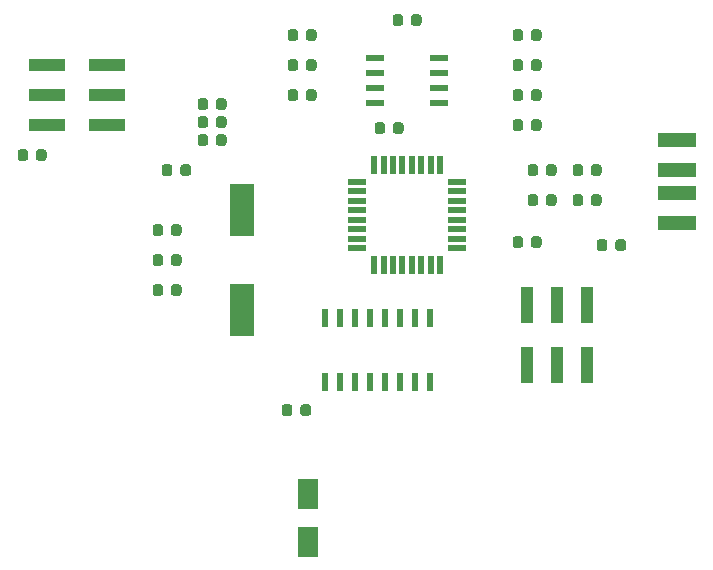
<source format=gtp>
G04 #@! TF.GenerationSoftware,KiCad,Pcbnew,5.0.2-bee76a0~70~ubuntu18.10.1*
G04 #@! TF.CreationDate,2019-09-06T12:11:08+02:00*
G04 #@! TF.ProjectId,Handylader_Fach_RS458_SMD_002,48616e64-796c-4616-9465-725f46616368,rev?*
G04 #@! TF.SameCoordinates,Original*
G04 #@! TF.FileFunction,Paste,Top*
G04 #@! TF.FilePolarity,Positive*
%FSLAX46Y46*%
G04 Gerber Fmt 4.6, Leading zero omitted, Abs format (unit mm)*
G04 Created by KiCad (PCBNEW 5.0.2-bee76a0~70~ubuntu18.10.1) date Fr 06 Sep 2019 12:11:08 CEST*
%MOMM*%
%LPD*%
G01*
G04 APERTURE LIST*
%ADD10R,1.000000X3.150000*%
%ADD11R,3.200000X1.200000*%
%ADD12C,0.100000*%
%ADD13C,0.875000*%
%ADD14R,1.800000X2.500000*%
%ADD15R,3.150000X1.000000*%
%ADD16R,1.550000X0.600000*%
%ADD17R,1.600000X0.550000*%
%ADD18R,0.550000X1.600000*%
%ADD19R,0.600000X1.500000*%
%ADD20R,2.000000X4.500000*%
G04 APERTURE END LIST*
D10*
G04 #@! TO.C,J5*
X76200000Y-57135000D03*
X76200000Y-52085000D03*
X78740000Y-57135000D03*
X78740000Y-52085000D03*
X81280000Y-57135000D03*
X81280000Y-52085000D03*
G04 #@! TD*
D11*
G04 #@! TO.C,J12*
X88900000Y-45100000D03*
X88900000Y-42600000D03*
X88900000Y-40600000D03*
X88900000Y-38100000D03*
G04 #@! TD*
D12*
G04 #@! TO.C,C4*
G36*
X45960191Y-40166053D02*
X45981426Y-40169203D01*
X46002250Y-40174419D01*
X46022462Y-40181651D01*
X46041868Y-40190830D01*
X46060281Y-40201866D01*
X46077524Y-40214654D01*
X46093430Y-40229070D01*
X46107846Y-40244976D01*
X46120634Y-40262219D01*
X46131670Y-40280632D01*
X46140849Y-40300038D01*
X46148081Y-40320250D01*
X46153297Y-40341074D01*
X46156447Y-40362309D01*
X46157500Y-40383750D01*
X46157500Y-40896250D01*
X46156447Y-40917691D01*
X46153297Y-40938926D01*
X46148081Y-40959750D01*
X46140849Y-40979962D01*
X46131670Y-40999368D01*
X46120634Y-41017781D01*
X46107846Y-41035024D01*
X46093430Y-41050930D01*
X46077524Y-41065346D01*
X46060281Y-41078134D01*
X46041868Y-41089170D01*
X46022462Y-41098349D01*
X46002250Y-41105581D01*
X45981426Y-41110797D01*
X45960191Y-41113947D01*
X45938750Y-41115000D01*
X45501250Y-41115000D01*
X45479809Y-41113947D01*
X45458574Y-41110797D01*
X45437750Y-41105581D01*
X45417538Y-41098349D01*
X45398132Y-41089170D01*
X45379719Y-41078134D01*
X45362476Y-41065346D01*
X45346570Y-41050930D01*
X45332154Y-41035024D01*
X45319366Y-41017781D01*
X45308330Y-40999368D01*
X45299151Y-40979962D01*
X45291919Y-40959750D01*
X45286703Y-40938926D01*
X45283553Y-40917691D01*
X45282500Y-40896250D01*
X45282500Y-40383750D01*
X45283553Y-40362309D01*
X45286703Y-40341074D01*
X45291919Y-40320250D01*
X45299151Y-40300038D01*
X45308330Y-40280632D01*
X45319366Y-40262219D01*
X45332154Y-40244976D01*
X45346570Y-40229070D01*
X45362476Y-40214654D01*
X45379719Y-40201866D01*
X45398132Y-40190830D01*
X45417538Y-40181651D01*
X45437750Y-40174419D01*
X45458574Y-40169203D01*
X45479809Y-40166053D01*
X45501250Y-40165000D01*
X45938750Y-40165000D01*
X45960191Y-40166053D01*
X45960191Y-40166053D01*
G37*
D13*
X45720000Y-40640000D03*
D12*
G36*
X47535191Y-40166053D02*
X47556426Y-40169203D01*
X47577250Y-40174419D01*
X47597462Y-40181651D01*
X47616868Y-40190830D01*
X47635281Y-40201866D01*
X47652524Y-40214654D01*
X47668430Y-40229070D01*
X47682846Y-40244976D01*
X47695634Y-40262219D01*
X47706670Y-40280632D01*
X47715849Y-40300038D01*
X47723081Y-40320250D01*
X47728297Y-40341074D01*
X47731447Y-40362309D01*
X47732500Y-40383750D01*
X47732500Y-40896250D01*
X47731447Y-40917691D01*
X47728297Y-40938926D01*
X47723081Y-40959750D01*
X47715849Y-40979962D01*
X47706670Y-40999368D01*
X47695634Y-41017781D01*
X47682846Y-41035024D01*
X47668430Y-41050930D01*
X47652524Y-41065346D01*
X47635281Y-41078134D01*
X47616868Y-41089170D01*
X47597462Y-41098349D01*
X47577250Y-41105581D01*
X47556426Y-41110797D01*
X47535191Y-41113947D01*
X47513750Y-41115000D01*
X47076250Y-41115000D01*
X47054809Y-41113947D01*
X47033574Y-41110797D01*
X47012750Y-41105581D01*
X46992538Y-41098349D01*
X46973132Y-41089170D01*
X46954719Y-41078134D01*
X46937476Y-41065346D01*
X46921570Y-41050930D01*
X46907154Y-41035024D01*
X46894366Y-41017781D01*
X46883330Y-40999368D01*
X46874151Y-40979962D01*
X46866919Y-40959750D01*
X46861703Y-40938926D01*
X46858553Y-40917691D01*
X46857500Y-40896250D01*
X46857500Y-40383750D01*
X46858553Y-40362309D01*
X46861703Y-40341074D01*
X46866919Y-40320250D01*
X46874151Y-40300038D01*
X46883330Y-40280632D01*
X46894366Y-40262219D01*
X46907154Y-40244976D01*
X46921570Y-40229070D01*
X46937476Y-40214654D01*
X46954719Y-40201866D01*
X46973132Y-40190830D01*
X46992538Y-40181651D01*
X47012750Y-40174419D01*
X47033574Y-40169203D01*
X47054809Y-40166053D01*
X47076250Y-40165000D01*
X47513750Y-40165000D01*
X47535191Y-40166053D01*
X47535191Y-40166053D01*
G37*
D13*
X47295000Y-40640000D03*
G04 #@! TD*
D12*
G04 #@! TO.C,C1*
G36*
X77227691Y-36356053D02*
X77248926Y-36359203D01*
X77269750Y-36364419D01*
X77289962Y-36371651D01*
X77309368Y-36380830D01*
X77327781Y-36391866D01*
X77345024Y-36404654D01*
X77360930Y-36419070D01*
X77375346Y-36434976D01*
X77388134Y-36452219D01*
X77399170Y-36470632D01*
X77408349Y-36490038D01*
X77415581Y-36510250D01*
X77420797Y-36531074D01*
X77423947Y-36552309D01*
X77425000Y-36573750D01*
X77425000Y-37086250D01*
X77423947Y-37107691D01*
X77420797Y-37128926D01*
X77415581Y-37149750D01*
X77408349Y-37169962D01*
X77399170Y-37189368D01*
X77388134Y-37207781D01*
X77375346Y-37225024D01*
X77360930Y-37240930D01*
X77345024Y-37255346D01*
X77327781Y-37268134D01*
X77309368Y-37279170D01*
X77289962Y-37288349D01*
X77269750Y-37295581D01*
X77248926Y-37300797D01*
X77227691Y-37303947D01*
X77206250Y-37305000D01*
X76768750Y-37305000D01*
X76747309Y-37303947D01*
X76726074Y-37300797D01*
X76705250Y-37295581D01*
X76685038Y-37288349D01*
X76665632Y-37279170D01*
X76647219Y-37268134D01*
X76629976Y-37255346D01*
X76614070Y-37240930D01*
X76599654Y-37225024D01*
X76586866Y-37207781D01*
X76575830Y-37189368D01*
X76566651Y-37169962D01*
X76559419Y-37149750D01*
X76554203Y-37128926D01*
X76551053Y-37107691D01*
X76550000Y-37086250D01*
X76550000Y-36573750D01*
X76551053Y-36552309D01*
X76554203Y-36531074D01*
X76559419Y-36510250D01*
X76566651Y-36490038D01*
X76575830Y-36470632D01*
X76586866Y-36452219D01*
X76599654Y-36434976D01*
X76614070Y-36419070D01*
X76629976Y-36404654D01*
X76647219Y-36391866D01*
X76665632Y-36380830D01*
X76685038Y-36371651D01*
X76705250Y-36364419D01*
X76726074Y-36359203D01*
X76747309Y-36356053D01*
X76768750Y-36355000D01*
X77206250Y-36355000D01*
X77227691Y-36356053D01*
X77227691Y-36356053D01*
G37*
D13*
X76987500Y-36830000D03*
D12*
G36*
X75652691Y-36356053D02*
X75673926Y-36359203D01*
X75694750Y-36364419D01*
X75714962Y-36371651D01*
X75734368Y-36380830D01*
X75752781Y-36391866D01*
X75770024Y-36404654D01*
X75785930Y-36419070D01*
X75800346Y-36434976D01*
X75813134Y-36452219D01*
X75824170Y-36470632D01*
X75833349Y-36490038D01*
X75840581Y-36510250D01*
X75845797Y-36531074D01*
X75848947Y-36552309D01*
X75850000Y-36573750D01*
X75850000Y-37086250D01*
X75848947Y-37107691D01*
X75845797Y-37128926D01*
X75840581Y-37149750D01*
X75833349Y-37169962D01*
X75824170Y-37189368D01*
X75813134Y-37207781D01*
X75800346Y-37225024D01*
X75785930Y-37240930D01*
X75770024Y-37255346D01*
X75752781Y-37268134D01*
X75734368Y-37279170D01*
X75714962Y-37288349D01*
X75694750Y-37295581D01*
X75673926Y-37300797D01*
X75652691Y-37303947D01*
X75631250Y-37305000D01*
X75193750Y-37305000D01*
X75172309Y-37303947D01*
X75151074Y-37300797D01*
X75130250Y-37295581D01*
X75110038Y-37288349D01*
X75090632Y-37279170D01*
X75072219Y-37268134D01*
X75054976Y-37255346D01*
X75039070Y-37240930D01*
X75024654Y-37225024D01*
X75011866Y-37207781D01*
X75000830Y-37189368D01*
X74991651Y-37169962D01*
X74984419Y-37149750D01*
X74979203Y-37128926D01*
X74976053Y-37107691D01*
X74975000Y-37086250D01*
X74975000Y-36573750D01*
X74976053Y-36552309D01*
X74979203Y-36531074D01*
X74984419Y-36510250D01*
X74991651Y-36490038D01*
X75000830Y-36470632D01*
X75011866Y-36452219D01*
X75024654Y-36434976D01*
X75039070Y-36419070D01*
X75054976Y-36404654D01*
X75072219Y-36391866D01*
X75090632Y-36380830D01*
X75110038Y-36371651D01*
X75130250Y-36364419D01*
X75151074Y-36359203D01*
X75172309Y-36356053D01*
X75193750Y-36355000D01*
X75631250Y-36355000D01*
X75652691Y-36356053D01*
X75652691Y-36356053D01*
G37*
D13*
X75412500Y-36830000D03*
G04 #@! TD*
D12*
G04 #@! TO.C,C2*
G36*
X67067691Y-27466053D02*
X67088926Y-27469203D01*
X67109750Y-27474419D01*
X67129962Y-27481651D01*
X67149368Y-27490830D01*
X67167781Y-27501866D01*
X67185024Y-27514654D01*
X67200930Y-27529070D01*
X67215346Y-27544976D01*
X67228134Y-27562219D01*
X67239170Y-27580632D01*
X67248349Y-27600038D01*
X67255581Y-27620250D01*
X67260797Y-27641074D01*
X67263947Y-27662309D01*
X67265000Y-27683750D01*
X67265000Y-28196250D01*
X67263947Y-28217691D01*
X67260797Y-28238926D01*
X67255581Y-28259750D01*
X67248349Y-28279962D01*
X67239170Y-28299368D01*
X67228134Y-28317781D01*
X67215346Y-28335024D01*
X67200930Y-28350930D01*
X67185024Y-28365346D01*
X67167781Y-28378134D01*
X67149368Y-28389170D01*
X67129962Y-28398349D01*
X67109750Y-28405581D01*
X67088926Y-28410797D01*
X67067691Y-28413947D01*
X67046250Y-28415000D01*
X66608750Y-28415000D01*
X66587309Y-28413947D01*
X66566074Y-28410797D01*
X66545250Y-28405581D01*
X66525038Y-28398349D01*
X66505632Y-28389170D01*
X66487219Y-28378134D01*
X66469976Y-28365346D01*
X66454070Y-28350930D01*
X66439654Y-28335024D01*
X66426866Y-28317781D01*
X66415830Y-28299368D01*
X66406651Y-28279962D01*
X66399419Y-28259750D01*
X66394203Y-28238926D01*
X66391053Y-28217691D01*
X66390000Y-28196250D01*
X66390000Y-27683750D01*
X66391053Y-27662309D01*
X66394203Y-27641074D01*
X66399419Y-27620250D01*
X66406651Y-27600038D01*
X66415830Y-27580632D01*
X66426866Y-27562219D01*
X66439654Y-27544976D01*
X66454070Y-27529070D01*
X66469976Y-27514654D01*
X66487219Y-27501866D01*
X66505632Y-27490830D01*
X66525038Y-27481651D01*
X66545250Y-27474419D01*
X66566074Y-27469203D01*
X66587309Y-27466053D01*
X66608750Y-27465000D01*
X67046250Y-27465000D01*
X67067691Y-27466053D01*
X67067691Y-27466053D01*
G37*
D13*
X66827500Y-27940000D03*
D12*
G36*
X65492691Y-27466053D02*
X65513926Y-27469203D01*
X65534750Y-27474419D01*
X65554962Y-27481651D01*
X65574368Y-27490830D01*
X65592781Y-27501866D01*
X65610024Y-27514654D01*
X65625930Y-27529070D01*
X65640346Y-27544976D01*
X65653134Y-27562219D01*
X65664170Y-27580632D01*
X65673349Y-27600038D01*
X65680581Y-27620250D01*
X65685797Y-27641074D01*
X65688947Y-27662309D01*
X65690000Y-27683750D01*
X65690000Y-28196250D01*
X65688947Y-28217691D01*
X65685797Y-28238926D01*
X65680581Y-28259750D01*
X65673349Y-28279962D01*
X65664170Y-28299368D01*
X65653134Y-28317781D01*
X65640346Y-28335024D01*
X65625930Y-28350930D01*
X65610024Y-28365346D01*
X65592781Y-28378134D01*
X65574368Y-28389170D01*
X65554962Y-28398349D01*
X65534750Y-28405581D01*
X65513926Y-28410797D01*
X65492691Y-28413947D01*
X65471250Y-28415000D01*
X65033750Y-28415000D01*
X65012309Y-28413947D01*
X64991074Y-28410797D01*
X64970250Y-28405581D01*
X64950038Y-28398349D01*
X64930632Y-28389170D01*
X64912219Y-28378134D01*
X64894976Y-28365346D01*
X64879070Y-28350930D01*
X64864654Y-28335024D01*
X64851866Y-28317781D01*
X64840830Y-28299368D01*
X64831651Y-28279962D01*
X64824419Y-28259750D01*
X64819203Y-28238926D01*
X64816053Y-28217691D01*
X64815000Y-28196250D01*
X64815000Y-27683750D01*
X64816053Y-27662309D01*
X64819203Y-27641074D01*
X64824419Y-27620250D01*
X64831651Y-27600038D01*
X64840830Y-27580632D01*
X64851866Y-27562219D01*
X64864654Y-27544976D01*
X64879070Y-27529070D01*
X64894976Y-27514654D01*
X64912219Y-27501866D01*
X64930632Y-27490830D01*
X64950038Y-27481651D01*
X64970250Y-27474419D01*
X64991074Y-27469203D01*
X65012309Y-27466053D01*
X65033750Y-27465000D01*
X65471250Y-27465000D01*
X65492691Y-27466053D01*
X65492691Y-27466053D01*
G37*
D13*
X65252500Y-27940000D03*
G04 #@! TD*
D12*
G04 #@! TO.C,C3*
G36*
X75652691Y-28736053D02*
X75673926Y-28739203D01*
X75694750Y-28744419D01*
X75714962Y-28751651D01*
X75734368Y-28760830D01*
X75752781Y-28771866D01*
X75770024Y-28784654D01*
X75785930Y-28799070D01*
X75800346Y-28814976D01*
X75813134Y-28832219D01*
X75824170Y-28850632D01*
X75833349Y-28870038D01*
X75840581Y-28890250D01*
X75845797Y-28911074D01*
X75848947Y-28932309D01*
X75850000Y-28953750D01*
X75850000Y-29466250D01*
X75848947Y-29487691D01*
X75845797Y-29508926D01*
X75840581Y-29529750D01*
X75833349Y-29549962D01*
X75824170Y-29569368D01*
X75813134Y-29587781D01*
X75800346Y-29605024D01*
X75785930Y-29620930D01*
X75770024Y-29635346D01*
X75752781Y-29648134D01*
X75734368Y-29659170D01*
X75714962Y-29668349D01*
X75694750Y-29675581D01*
X75673926Y-29680797D01*
X75652691Y-29683947D01*
X75631250Y-29685000D01*
X75193750Y-29685000D01*
X75172309Y-29683947D01*
X75151074Y-29680797D01*
X75130250Y-29675581D01*
X75110038Y-29668349D01*
X75090632Y-29659170D01*
X75072219Y-29648134D01*
X75054976Y-29635346D01*
X75039070Y-29620930D01*
X75024654Y-29605024D01*
X75011866Y-29587781D01*
X75000830Y-29569368D01*
X74991651Y-29549962D01*
X74984419Y-29529750D01*
X74979203Y-29508926D01*
X74976053Y-29487691D01*
X74975000Y-29466250D01*
X74975000Y-28953750D01*
X74976053Y-28932309D01*
X74979203Y-28911074D01*
X74984419Y-28890250D01*
X74991651Y-28870038D01*
X75000830Y-28850632D01*
X75011866Y-28832219D01*
X75024654Y-28814976D01*
X75039070Y-28799070D01*
X75054976Y-28784654D01*
X75072219Y-28771866D01*
X75090632Y-28760830D01*
X75110038Y-28751651D01*
X75130250Y-28744419D01*
X75151074Y-28739203D01*
X75172309Y-28736053D01*
X75193750Y-28735000D01*
X75631250Y-28735000D01*
X75652691Y-28736053D01*
X75652691Y-28736053D01*
G37*
D13*
X75412500Y-29210000D03*
D12*
G36*
X77227691Y-28736053D02*
X77248926Y-28739203D01*
X77269750Y-28744419D01*
X77289962Y-28751651D01*
X77309368Y-28760830D01*
X77327781Y-28771866D01*
X77345024Y-28784654D01*
X77360930Y-28799070D01*
X77375346Y-28814976D01*
X77388134Y-28832219D01*
X77399170Y-28850632D01*
X77408349Y-28870038D01*
X77415581Y-28890250D01*
X77420797Y-28911074D01*
X77423947Y-28932309D01*
X77425000Y-28953750D01*
X77425000Y-29466250D01*
X77423947Y-29487691D01*
X77420797Y-29508926D01*
X77415581Y-29529750D01*
X77408349Y-29549962D01*
X77399170Y-29569368D01*
X77388134Y-29587781D01*
X77375346Y-29605024D01*
X77360930Y-29620930D01*
X77345024Y-29635346D01*
X77327781Y-29648134D01*
X77309368Y-29659170D01*
X77289962Y-29668349D01*
X77269750Y-29675581D01*
X77248926Y-29680797D01*
X77227691Y-29683947D01*
X77206250Y-29685000D01*
X76768750Y-29685000D01*
X76747309Y-29683947D01*
X76726074Y-29680797D01*
X76705250Y-29675581D01*
X76685038Y-29668349D01*
X76665632Y-29659170D01*
X76647219Y-29648134D01*
X76629976Y-29635346D01*
X76614070Y-29620930D01*
X76599654Y-29605024D01*
X76586866Y-29587781D01*
X76575830Y-29569368D01*
X76566651Y-29549962D01*
X76559419Y-29529750D01*
X76554203Y-29508926D01*
X76551053Y-29487691D01*
X76550000Y-29466250D01*
X76550000Y-28953750D01*
X76551053Y-28932309D01*
X76554203Y-28911074D01*
X76559419Y-28890250D01*
X76566651Y-28870038D01*
X76575830Y-28850632D01*
X76586866Y-28832219D01*
X76599654Y-28814976D01*
X76614070Y-28799070D01*
X76629976Y-28784654D01*
X76647219Y-28771866D01*
X76665632Y-28760830D01*
X76685038Y-28751651D01*
X76705250Y-28744419D01*
X76726074Y-28739203D01*
X76747309Y-28736053D01*
X76768750Y-28735000D01*
X77206250Y-28735000D01*
X77227691Y-28736053D01*
X77227691Y-28736053D01*
G37*
D13*
X76987500Y-29210000D03*
G04 #@! TD*
D12*
G04 #@! TO.C,C5*
G36*
X45172691Y-47786053D02*
X45193926Y-47789203D01*
X45214750Y-47794419D01*
X45234962Y-47801651D01*
X45254368Y-47810830D01*
X45272781Y-47821866D01*
X45290024Y-47834654D01*
X45305930Y-47849070D01*
X45320346Y-47864976D01*
X45333134Y-47882219D01*
X45344170Y-47900632D01*
X45353349Y-47920038D01*
X45360581Y-47940250D01*
X45365797Y-47961074D01*
X45368947Y-47982309D01*
X45370000Y-48003750D01*
X45370000Y-48516250D01*
X45368947Y-48537691D01*
X45365797Y-48558926D01*
X45360581Y-48579750D01*
X45353349Y-48599962D01*
X45344170Y-48619368D01*
X45333134Y-48637781D01*
X45320346Y-48655024D01*
X45305930Y-48670930D01*
X45290024Y-48685346D01*
X45272781Y-48698134D01*
X45254368Y-48709170D01*
X45234962Y-48718349D01*
X45214750Y-48725581D01*
X45193926Y-48730797D01*
X45172691Y-48733947D01*
X45151250Y-48735000D01*
X44713750Y-48735000D01*
X44692309Y-48733947D01*
X44671074Y-48730797D01*
X44650250Y-48725581D01*
X44630038Y-48718349D01*
X44610632Y-48709170D01*
X44592219Y-48698134D01*
X44574976Y-48685346D01*
X44559070Y-48670930D01*
X44544654Y-48655024D01*
X44531866Y-48637781D01*
X44520830Y-48619368D01*
X44511651Y-48599962D01*
X44504419Y-48579750D01*
X44499203Y-48558926D01*
X44496053Y-48537691D01*
X44495000Y-48516250D01*
X44495000Y-48003750D01*
X44496053Y-47982309D01*
X44499203Y-47961074D01*
X44504419Y-47940250D01*
X44511651Y-47920038D01*
X44520830Y-47900632D01*
X44531866Y-47882219D01*
X44544654Y-47864976D01*
X44559070Y-47849070D01*
X44574976Y-47834654D01*
X44592219Y-47821866D01*
X44610632Y-47810830D01*
X44630038Y-47801651D01*
X44650250Y-47794419D01*
X44671074Y-47789203D01*
X44692309Y-47786053D01*
X44713750Y-47785000D01*
X45151250Y-47785000D01*
X45172691Y-47786053D01*
X45172691Y-47786053D01*
G37*
D13*
X44932500Y-48260000D03*
D12*
G36*
X46747691Y-47786053D02*
X46768926Y-47789203D01*
X46789750Y-47794419D01*
X46809962Y-47801651D01*
X46829368Y-47810830D01*
X46847781Y-47821866D01*
X46865024Y-47834654D01*
X46880930Y-47849070D01*
X46895346Y-47864976D01*
X46908134Y-47882219D01*
X46919170Y-47900632D01*
X46928349Y-47920038D01*
X46935581Y-47940250D01*
X46940797Y-47961074D01*
X46943947Y-47982309D01*
X46945000Y-48003750D01*
X46945000Y-48516250D01*
X46943947Y-48537691D01*
X46940797Y-48558926D01*
X46935581Y-48579750D01*
X46928349Y-48599962D01*
X46919170Y-48619368D01*
X46908134Y-48637781D01*
X46895346Y-48655024D01*
X46880930Y-48670930D01*
X46865024Y-48685346D01*
X46847781Y-48698134D01*
X46829368Y-48709170D01*
X46809962Y-48718349D01*
X46789750Y-48725581D01*
X46768926Y-48730797D01*
X46747691Y-48733947D01*
X46726250Y-48735000D01*
X46288750Y-48735000D01*
X46267309Y-48733947D01*
X46246074Y-48730797D01*
X46225250Y-48725581D01*
X46205038Y-48718349D01*
X46185632Y-48709170D01*
X46167219Y-48698134D01*
X46149976Y-48685346D01*
X46134070Y-48670930D01*
X46119654Y-48655024D01*
X46106866Y-48637781D01*
X46095830Y-48619368D01*
X46086651Y-48599962D01*
X46079419Y-48579750D01*
X46074203Y-48558926D01*
X46071053Y-48537691D01*
X46070000Y-48516250D01*
X46070000Y-48003750D01*
X46071053Y-47982309D01*
X46074203Y-47961074D01*
X46079419Y-47940250D01*
X46086651Y-47920038D01*
X46095830Y-47900632D01*
X46106866Y-47882219D01*
X46119654Y-47864976D01*
X46134070Y-47849070D01*
X46149976Y-47834654D01*
X46167219Y-47821866D01*
X46185632Y-47810830D01*
X46205038Y-47801651D01*
X46225250Y-47794419D01*
X46246074Y-47789203D01*
X46267309Y-47786053D01*
X46288750Y-47785000D01*
X46726250Y-47785000D01*
X46747691Y-47786053D01*
X46747691Y-47786053D01*
G37*
D13*
X46507500Y-48260000D03*
G04 #@! TD*
D12*
G04 #@! TO.C,C6*
G36*
X46747691Y-50326053D02*
X46768926Y-50329203D01*
X46789750Y-50334419D01*
X46809962Y-50341651D01*
X46829368Y-50350830D01*
X46847781Y-50361866D01*
X46865024Y-50374654D01*
X46880930Y-50389070D01*
X46895346Y-50404976D01*
X46908134Y-50422219D01*
X46919170Y-50440632D01*
X46928349Y-50460038D01*
X46935581Y-50480250D01*
X46940797Y-50501074D01*
X46943947Y-50522309D01*
X46945000Y-50543750D01*
X46945000Y-51056250D01*
X46943947Y-51077691D01*
X46940797Y-51098926D01*
X46935581Y-51119750D01*
X46928349Y-51139962D01*
X46919170Y-51159368D01*
X46908134Y-51177781D01*
X46895346Y-51195024D01*
X46880930Y-51210930D01*
X46865024Y-51225346D01*
X46847781Y-51238134D01*
X46829368Y-51249170D01*
X46809962Y-51258349D01*
X46789750Y-51265581D01*
X46768926Y-51270797D01*
X46747691Y-51273947D01*
X46726250Y-51275000D01*
X46288750Y-51275000D01*
X46267309Y-51273947D01*
X46246074Y-51270797D01*
X46225250Y-51265581D01*
X46205038Y-51258349D01*
X46185632Y-51249170D01*
X46167219Y-51238134D01*
X46149976Y-51225346D01*
X46134070Y-51210930D01*
X46119654Y-51195024D01*
X46106866Y-51177781D01*
X46095830Y-51159368D01*
X46086651Y-51139962D01*
X46079419Y-51119750D01*
X46074203Y-51098926D01*
X46071053Y-51077691D01*
X46070000Y-51056250D01*
X46070000Y-50543750D01*
X46071053Y-50522309D01*
X46074203Y-50501074D01*
X46079419Y-50480250D01*
X46086651Y-50460038D01*
X46095830Y-50440632D01*
X46106866Y-50422219D01*
X46119654Y-50404976D01*
X46134070Y-50389070D01*
X46149976Y-50374654D01*
X46167219Y-50361866D01*
X46185632Y-50350830D01*
X46205038Y-50341651D01*
X46225250Y-50334419D01*
X46246074Y-50329203D01*
X46267309Y-50326053D01*
X46288750Y-50325000D01*
X46726250Y-50325000D01*
X46747691Y-50326053D01*
X46747691Y-50326053D01*
G37*
D13*
X46507500Y-50800000D03*
D12*
G36*
X45172691Y-50326053D02*
X45193926Y-50329203D01*
X45214750Y-50334419D01*
X45234962Y-50341651D01*
X45254368Y-50350830D01*
X45272781Y-50361866D01*
X45290024Y-50374654D01*
X45305930Y-50389070D01*
X45320346Y-50404976D01*
X45333134Y-50422219D01*
X45344170Y-50440632D01*
X45353349Y-50460038D01*
X45360581Y-50480250D01*
X45365797Y-50501074D01*
X45368947Y-50522309D01*
X45370000Y-50543750D01*
X45370000Y-51056250D01*
X45368947Y-51077691D01*
X45365797Y-51098926D01*
X45360581Y-51119750D01*
X45353349Y-51139962D01*
X45344170Y-51159368D01*
X45333134Y-51177781D01*
X45320346Y-51195024D01*
X45305930Y-51210930D01*
X45290024Y-51225346D01*
X45272781Y-51238134D01*
X45254368Y-51249170D01*
X45234962Y-51258349D01*
X45214750Y-51265581D01*
X45193926Y-51270797D01*
X45172691Y-51273947D01*
X45151250Y-51275000D01*
X44713750Y-51275000D01*
X44692309Y-51273947D01*
X44671074Y-51270797D01*
X44650250Y-51265581D01*
X44630038Y-51258349D01*
X44610632Y-51249170D01*
X44592219Y-51238134D01*
X44574976Y-51225346D01*
X44559070Y-51210930D01*
X44544654Y-51195024D01*
X44531866Y-51177781D01*
X44520830Y-51159368D01*
X44511651Y-51139962D01*
X44504419Y-51119750D01*
X44499203Y-51098926D01*
X44496053Y-51077691D01*
X44495000Y-51056250D01*
X44495000Y-50543750D01*
X44496053Y-50522309D01*
X44499203Y-50501074D01*
X44504419Y-50480250D01*
X44511651Y-50460038D01*
X44520830Y-50440632D01*
X44531866Y-50422219D01*
X44544654Y-50404976D01*
X44559070Y-50389070D01*
X44574976Y-50374654D01*
X44592219Y-50361866D01*
X44610632Y-50350830D01*
X44630038Y-50341651D01*
X44650250Y-50334419D01*
X44671074Y-50329203D01*
X44692309Y-50326053D01*
X44713750Y-50325000D01*
X45151250Y-50325000D01*
X45172691Y-50326053D01*
X45172691Y-50326053D01*
G37*
D13*
X44932500Y-50800000D03*
G04 #@! TD*
D12*
G04 #@! TO.C,C7*
G36*
X75652691Y-46262053D02*
X75673926Y-46265203D01*
X75694750Y-46270419D01*
X75714962Y-46277651D01*
X75734368Y-46286830D01*
X75752781Y-46297866D01*
X75770024Y-46310654D01*
X75785930Y-46325070D01*
X75800346Y-46340976D01*
X75813134Y-46358219D01*
X75824170Y-46376632D01*
X75833349Y-46396038D01*
X75840581Y-46416250D01*
X75845797Y-46437074D01*
X75848947Y-46458309D01*
X75850000Y-46479750D01*
X75850000Y-46992250D01*
X75848947Y-47013691D01*
X75845797Y-47034926D01*
X75840581Y-47055750D01*
X75833349Y-47075962D01*
X75824170Y-47095368D01*
X75813134Y-47113781D01*
X75800346Y-47131024D01*
X75785930Y-47146930D01*
X75770024Y-47161346D01*
X75752781Y-47174134D01*
X75734368Y-47185170D01*
X75714962Y-47194349D01*
X75694750Y-47201581D01*
X75673926Y-47206797D01*
X75652691Y-47209947D01*
X75631250Y-47211000D01*
X75193750Y-47211000D01*
X75172309Y-47209947D01*
X75151074Y-47206797D01*
X75130250Y-47201581D01*
X75110038Y-47194349D01*
X75090632Y-47185170D01*
X75072219Y-47174134D01*
X75054976Y-47161346D01*
X75039070Y-47146930D01*
X75024654Y-47131024D01*
X75011866Y-47113781D01*
X75000830Y-47095368D01*
X74991651Y-47075962D01*
X74984419Y-47055750D01*
X74979203Y-47034926D01*
X74976053Y-47013691D01*
X74975000Y-46992250D01*
X74975000Y-46479750D01*
X74976053Y-46458309D01*
X74979203Y-46437074D01*
X74984419Y-46416250D01*
X74991651Y-46396038D01*
X75000830Y-46376632D01*
X75011866Y-46358219D01*
X75024654Y-46340976D01*
X75039070Y-46325070D01*
X75054976Y-46310654D01*
X75072219Y-46297866D01*
X75090632Y-46286830D01*
X75110038Y-46277651D01*
X75130250Y-46270419D01*
X75151074Y-46265203D01*
X75172309Y-46262053D01*
X75193750Y-46261000D01*
X75631250Y-46261000D01*
X75652691Y-46262053D01*
X75652691Y-46262053D01*
G37*
D13*
X75412500Y-46736000D03*
D12*
G36*
X77227691Y-46262053D02*
X77248926Y-46265203D01*
X77269750Y-46270419D01*
X77289962Y-46277651D01*
X77309368Y-46286830D01*
X77327781Y-46297866D01*
X77345024Y-46310654D01*
X77360930Y-46325070D01*
X77375346Y-46340976D01*
X77388134Y-46358219D01*
X77399170Y-46376632D01*
X77408349Y-46396038D01*
X77415581Y-46416250D01*
X77420797Y-46437074D01*
X77423947Y-46458309D01*
X77425000Y-46479750D01*
X77425000Y-46992250D01*
X77423947Y-47013691D01*
X77420797Y-47034926D01*
X77415581Y-47055750D01*
X77408349Y-47075962D01*
X77399170Y-47095368D01*
X77388134Y-47113781D01*
X77375346Y-47131024D01*
X77360930Y-47146930D01*
X77345024Y-47161346D01*
X77327781Y-47174134D01*
X77309368Y-47185170D01*
X77289962Y-47194349D01*
X77269750Y-47201581D01*
X77248926Y-47206797D01*
X77227691Y-47209947D01*
X77206250Y-47211000D01*
X76768750Y-47211000D01*
X76747309Y-47209947D01*
X76726074Y-47206797D01*
X76705250Y-47201581D01*
X76685038Y-47194349D01*
X76665632Y-47185170D01*
X76647219Y-47174134D01*
X76629976Y-47161346D01*
X76614070Y-47146930D01*
X76599654Y-47131024D01*
X76586866Y-47113781D01*
X76575830Y-47095368D01*
X76566651Y-47075962D01*
X76559419Y-47055750D01*
X76554203Y-47034926D01*
X76551053Y-47013691D01*
X76550000Y-46992250D01*
X76550000Y-46479750D01*
X76551053Y-46458309D01*
X76554203Y-46437074D01*
X76559419Y-46416250D01*
X76566651Y-46396038D01*
X76575830Y-46376632D01*
X76586866Y-46358219D01*
X76599654Y-46340976D01*
X76614070Y-46325070D01*
X76629976Y-46310654D01*
X76647219Y-46297866D01*
X76665632Y-46286830D01*
X76685038Y-46277651D01*
X76705250Y-46270419D01*
X76726074Y-46265203D01*
X76747309Y-46262053D01*
X76768750Y-46261000D01*
X77206250Y-46261000D01*
X77227691Y-46262053D01*
X77227691Y-46262053D01*
G37*
D13*
X76987500Y-46736000D03*
G04 #@! TD*
D12*
G04 #@! TO.C,C8*
G36*
X56120191Y-60486053D02*
X56141426Y-60489203D01*
X56162250Y-60494419D01*
X56182462Y-60501651D01*
X56201868Y-60510830D01*
X56220281Y-60521866D01*
X56237524Y-60534654D01*
X56253430Y-60549070D01*
X56267846Y-60564976D01*
X56280634Y-60582219D01*
X56291670Y-60600632D01*
X56300849Y-60620038D01*
X56308081Y-60640250D01*
X56313297Y-60661074D01*
X56316447Y-60682309D01*
X56317500Y-60703750D01*
X56317500Y-61216250D01*
X56316447Y-61237691D01*
X56313297Y-61258926D01*
X56308081Y-61279750D01*
X56300849Y-61299962D01*
X56291670Y-61319368D01*
X56280634Y-61337781D01*
X56267846Y-61355024D01*
X56253430Y-61370930D01*
X56237524Y-61385346D01*
X56220281Y-61398134D01*
X56201868Y-61409170D01*
X56182462Y-61418349D01*
X56162250Y-61425581D01*
X56141426Y-61430797D01*
X56120191Y-61433947D01*
X56098750Y-61435000D01*
X55661250Y-61435000D01*
X55639809Y-61433947D01*
X55618574Y-61430797D01*
X55597750Y-61425581D01*
X55577538Y-61418349D01*
X55558132Y-61409170D01*
X55539719Y-61398134D01*
X55522476Y-61385346D01*
X55506570Y-61370930D01*
X55492154Y-61355024D01*
X55479366Y-61337781D01*
X55468330Y-61319368D01*
X55459151Y-61299962D01*
X55451919Y-61279750D01*
X55446703Y-61258926D01*
X55443553Y-61237691D01*
X55442500Y-61216250D01*
X55442500Y-60703750D01*
X55443553Y-60682309D01*
X55446703Y-60661074D01*
X55451919Y-60640250D01*
X55459151Y-60620038D01*
X55468330Y-60600632D01*
X55479366Y-60582219D01*
X55492154Y-60564976D01*
X55506570Y-60549070D01*
X55522476Y-60534654D01*
X55539719Y-60521866D01*
X55558132Y-60510830D01*
X55577538Y-60501651D01*
X55597750Y-60494419D01*
X55618574Y-60489203D01*
X55639809Y-60486053D01*
X55661250Y-60485000D01*
X56098750Y-60485000D01*
X56120191Y-60486053D01*
X56120191Y-60486053D01*
G37*
D13*
X55880000Y-60960000D03*
D12*
G36*
X57695191Y-60486053D02*
X57716426Y-60489203D01*
X57737250Y-60494419D01*
X57757462Y-60501651D01*
X57776868Y-60510830D01*
X57795281Y-60521866D01*
X57812524Y-60534654D01*
X57828430Y-60549070D01*
X57842846Y-60564976D01*
X57855634Y-60582219D01*
X57866670Y-60600632D01*
X57875849Y-60620038D01*
X57883081Y-60640250D01*
X57888297Y-60661074D01*
X57891447Y-60682309D01*
X57892500Y-60703750D01*
X57892500Y-61216250D01*
X57891447Y-61237691D01*
X57888297Y-61258926D01*
X57883081Y-61279750D01*
X57875849Y-61299962D01*
X57866670Y-61319368D01*
X57855634Y-61337781D01*
X57842846Y-61355024D01*
X57828430Y-61370930D01*
X57812524Y-61385346D01*
X57795281Y-61398134D01*
X57776868Y-61409170D01*
X57757462Y-61418349D01*
X57737250Y-61425581D01*
X57716426Y-61430797D01*
X57695191Y-61433947D01*
X57673750Y-61435000D01*
X57236250Y-61435000D01*
X57214809Y-61433947D01*
X57193574Y-61430797D01*
X57172750Y-61425581D01*
X57152538Y-61418349D01*
X57133132Y-61409170D01*
X57114719Y-61398134D01*
X57097476Y-61385346D01*
X57081570Y-61370930D01*
X57067154Y-61355024D01*
X57054366Y-61337781D01*
X57043330Y-61319368D01*
X57034151Y-61299962D01*
X57026919Y-61279750D01*
X57021703Y-61258926D01*
X57018553Y-61237691D01*
X57017500Y-61216250D01*
X57017500Y-60703750D01*
X57018553Y-60682309D01*
X57021703Y-60661074D01*
X57026919Y-60640250D01*
X57034151Y-60620038D01*
X57043330Y-60600632D01*
X57054366Y-60582219D01*
X57067154Y-60564976D01*
X57081570Y-60549070D01*
X57097476Y-60534654D01*
X57114719Y-60521866D01*
X57133132Y-60510830D01*
X57152538Y-60501651D01*
X57172750Y-60494419D01*
X57193574Y-60489203D01*
X57214809Y-60486053D01*
X57236250Y-60485000D01*
X57673750Y-60485000D01*
X57695191Y-60486053D01*
X57695191Y-60486053D01*
G37*
D13*
X57455000Y-60960000D03*
G04 #@! TD*
D12*
G04 #@! TO.C,D1*
G36*
X50557691Y-34578053D02*
X50578926Y-34581203D01*
X50599750Y-34586419D01*
X50619962Y-34593651D01*
X50639368Y-34602830D01*
X50657781Y-34613866D01*
X50675024Y-34626654D01*
X50690930Y-34641070D01*
X50705346Y-34656976D01*
X50718134Y-34674219D01*
X50729170Y-34692632D01*
X50738349Y-34712038D01*
X50745581Y-34732250D01*
X50750797Y-34753074D01*
X50753947Y-34774309D01*
X50755000Y-34795750D01*
X50755000Y-35308250D01*
X50753947Y-35329691D01*
X50750797Y-35350926D01*
X50745581Y-35371750D01*
X50738349Y-35391962D01*
X50729170Y-35411368D01*
X50718134Y-35429781D01*
X50705346Y-35447024D01*
X50690930Y-35462930D01*
X50675024Y-35477346D01*
X50657781Y-35490134D01*
X50639368Y-35501170D01*
X50619962Y-35510349D01*
X50599750Y-35517581D01*
X50578926Y-35522797D01*
X50557691Y-35525947D01*
X50536250Y-35527000D01*
X50098750Y-35527000D01*
X50077309Y-35525947D01*
X50056074Y-35522797D01*
X50035250Y-35517581D01*
X50015038Y-35510349D01*
X49995632Y-35501170D01*
X49977219Y-35490134D01*
X49959976Y-35477346D01*
X49944070Y-35462930D01*
X49929654Y-35447024D01*
X49916866Y-35429781D01*
X49905830Y-35411368D01*
X49896651Y-35391962D01*
X49889419Y-35371750D01*
X49884203Y-35350926D01*
X49881053Y-35329691D01*
X49880000Y-35308250D01*
X49880000Y-34795750D01*
X49881053Y-34774309D01*
X49884203Y-34753074D01*
X49889419Y-34732250D01*
X49896651Y-34712038D01*
X49905830Y-34692632D01*
X49916866Y-34674219D01*
X49929654Y-34656976D01*
X49944070Y-34641070D01*
X49959976Y-34626654D01*
X49977219Y-34613866D01*
X49995632Y-34602830D01*
X50015038Y-34593651D01*
X50035250Y-34586419D01*
X50056074Y-34581203D01*
X50077309Y-34578053D01*
X50098750Y-34577000D01*
X50536250Y-34577000D01*
X50557691Y-34578053D01*
X50557691Y-34578053D01*
G37*
D13*
X50317500Y-35052000D03*
D12*
G36*
X48982691Y-34578053D02*
X49003926Y-34581203D01*
X49024750Y-34586419D01*
X49044962Y-34593651D01*
X49064368Y-34602830D01*
X49082781Y-34613866D01*
X49100024Y-34626654D01*
X49115930Y-34641070D01*
X49130346Y-34656976D01*
X49143134Y-34674219D01*
X49154170Y-34692632D01*
X49163349Y-34712038D01*
X49170581Y-34732250D01*
X49175797Y-34753074D01*
X49178947Y-34774309D01*
X49180000Y-34795750D01*
X49180000Y-35308250D01*
X49178947Y-35329691D01*
X49175797Y-35350926D01*
X49170581Y-35371750D01*
X49163349Y-35391962D01*
X49154170Y-35411368D01*
X49143134Y-35429781D01*
X49130346Y-35447024D01*
X49115930Y-35462930D01*
X49100024Y-35477346D01*
X49082781Y-35490134D01*
X49064368Y-35501170D01*
X49044962Y-35510349D01*
X49024750Y-35517581D01*
X49003926Y-35522797D01*
X48982691Y-35525947D01*
X48961250Y-35527000D01*
X48523750Y-35527000D01*
X48502309Y-35525947D01*
X48481074Y-35522797D01*
X48460250Y-35517581D01*
X48440038Y-35510349D01*
X48420632Y-35501170D01*
X48402219Y-35490134D01*
X48384976Y-35477346D01*
X48369070Y-35462930D01*
X48354654Y-35447024D01*
X48341866Y-35429781D01*
X48330830Y-35411368D01*
X48321651Y-35391962D01*
X48314419Y-35371750D01*
X48309203Y-35350926D01*
X48306053Y-35329691D01*
X48305000Y-35308250D01*
X48305000Y-34795750D01*
X48306053Y-34774309D01*
X48309203Y-34753074D01*
X48314419Y-34732250D01*
X48321651Y-34712038D01*
X48330830Y-34692632D01*
X48341866Y-34674219D01*
X48354654Y-34656976D01*
X48369070Y-34641070D01*
X48384976Y-34626654D01*
X48402219Y-34613866D01*
X48420632Y-34602830D01*
X48440038Y-34593651D01*
X48460250Y-34586419D01*
X48481074Y-34581203D01*
X48502309Y-34578053D01*
X48523750Y-34577000D01*
X48961250Y-34577000D01*
X48982691Y-34578053D01*
X48982691Y-34578053D01*
G37*
D13*
X48742500Y-35052000D03*
G04 #@! TD*
D14*
G04 #@! TO.C,D2*
X57658000Y-72104000D03*
X57658000Y-68104000D03*
G04 #@! TD*
D15*
G04 #@! TO.C,J6*
X35575000Y-31750000D03*
X40625000Y-31750000D03*
X35575000Y-34290000D03*
X40625000Y-34290000D03*
X35575000Y-36830000D03*
X40625000Y-36830000D03*
G04 #@! TD*
D12*
G04 #@! TO.C,R1*
G36*
X45172691Y-45246053D02*
X45193926Y-45249203D01*
X45214750Y-45254419D01*
X45234962Y-45261651D01*
X45254368Y-45270830D01*
X45272781Y-45281866D01*
X45290024Y-45294654D01*
X45305930Y-45309070D01*
X45320346Y-45324976D01*
X45333134Y-45342219D01*
X45344170Y-45360632D01*
X45353349Y-45380038D01*
X45360581Y-45400250D01*
X45365797Y-45421074D01*
X45368947Y-45442309D01*
X45370000Y-45463750D01*
X45370000Y-45976250D01*
X45368947Y-45997691D01*
X45365797Y-46018926D01*
X45360581Y-46039750D01*
X45353349Y-46059962D01*
X45344170Y-46079368D01*
X45333134Y-46097781D01*
X45320346Y-46115024D01*
X45305930Y-46130930D01*
X45290024Y-46145346D01*
X45272781Y-46158134D01*
X45254368Y-46169170D01*
X45234962Y-46178349D01*
X45214750Y-46185581D01*
X45193926Y-46190797D01*
X45172691Y-46193947D01*
X45151250Y-46195000D01*
X44713750Y-46195000D01*
X44692309Y-46193947D01*
X44671074Y-46190797D01*
X44650250Y-46185581D01*
X44630038Y-46178349D01*
X44610632Y-46169170D01*
X44592219Y-46158134D01*
X44574976Y-46145346D01*
X44559070Y-46130930D01*
X44544654Y-46115024D01*
X44531866Y-46097781D01*
X44520830Y-46079368D01*
X44511651Y-46059962D01*
X44504419Y-46039750D01*
X44499203Y-46018926D01*
X44496053Y-45997691D01*
X44495000Y-45976250D01*
X44495000Y-45463750D01*
X44496053Y-45442309D01*
X44499203Y-45421074D01*
X44504419Y-45400250D01*
X44511651Y-45380038D01*
X44520830Y-45360632D01*
X44531866Y-45342219D01*
X44544654Y-45324976D01*
X44559070Y-45309070D01*
X44574976Y-45294654D01*
X44592219Y-45281866D01*
X44610632Y-45270830D01*
X44630038Y-45261651D01*
X44650250Y-45254419D01*
X44671074Y-45249203D01*
X44692309Y-45246053D01*
X44713750Y-45245000D01*
X45151250Y-45245000D01*
X45172691Y-45246053D01*
X45172691Y-45246053D01*
G37*
D13*
X44932500Y-45720000D03*
D12*
G36*
X46747691Y-45246053D02*
X46768926Y-45249203D01*
X46789750Y-45254419D01*
X46809962Y-45261651D01*
X46829368Y-45270830D01*
X46847781Y-45281866D01*
X46865024Y-45294654D01*
X46880930Y-45309070D01*
X46895346Y-45324976D01*
X46908134Y-45342219D01*
X46919170Y-45360632D01*
X46928349Y-45380038D01*
X46935581Y-45400250D01*
X46940797Y-45421074D01*
X46943947Y-45442309D01*
X46945000Y-45463750D01*
X46945000Y-45976250D01*
X46943947Y-45997691D01*
X46940797Y-46018926D01*
X46935581Y-46039750D01*
X46928349Y-46059962D01*
X46919170Y-46079368D01*
X46908134Y-46097781D01*
X46895346Y-46115024D01*
X46880930Y-46130930D01*
X46865024Y-46145346D01*
X46847781Y-46158134D01*
X46829368Y-46169170D01*
X46809962Y-46178349D01*
X46789750Y-46185581D01*
X46768926Y-46190797D01*
X46747691Y-46193947D01*
X46726250Y-46195000D01*
X46288750Y-46195000D01*
X46267309Y-46193947D01*
X46246074Y-46190797D01*
X46225250Y-46185581D01*
X46205038Y-46178349D01*
X46185632Y-46169170D01*
X46167219Y-46158134D01*
X46149976Y-46145346D01*
X46134070Y-46130930D01*
X46119654Y-46115024D01*
X46106866Y-46097781D01*
X46095830Y-46079368D01*
X46086651Y-46059962D01*
X46079419Y-46039750D01*
X46074203Y-46018926D01*
X46071053Y-45997691D01*
X46070000Y-45976250D01*
X46070000Y-45463750D01*
X46071053Y-45442309D01*
X46074203Y-45421074D01*
X46079419Y-45400250D01*
X46086651Y-45380038D01*
X46095830Y-45360632D01*
X46106866Y-45342219D01*
X46119654Y-45324976D01*
X46134070Y-45309070D01*
X46149976Y-45294654D01*
X46167219Y-45281866D01*
X46185632Y-45270830D01*
X46205038Y-45261651D01*
X46225250Y-45254419D01*
X46246074Y-45249203D01*
X46267309Y-45246053D01*
X46288750Y-45245000D01*
X46726250Y-45245000D01*
X46747691Y-45246053D01*
X46747691Y-45246053D01*
G37*
D13*
X46507500Y-45720000D03*
G04 #@! TD*
D12*
G04 #@! TO.C,R3*
G36*
X75652691Y-31276053D02*
X75673926Y-31279203D01*
X75694750Y-31284419D01*
X75714962Y-31291651D01*
X75734368Y-31300830D01*
X75752781Y-31311866D01*
X75770024Y-31324654D01*
X75785930Y-31339070D01*
X75800346Y-31354976D01*
X75813134Y-31372219D01*
X75824170Y-31390632D01*
X75833349Y-31410038D01*
X75840581Y-31430250D01*
X75845797Y-31451074D01*
X75848947Y-31472309D01*
X75850000Y-31493750D01*
X75850000Y-32006250D01*
X75848947Y-32027691D01*
X75845797Y-32048926D01*
X75840581Y-32069750D01*
X75833349Y-32089962D01*
X75824170Y-32109368D01*
X75813134Y-32127781D01*
X75800346Y-32145024D01*
X75785930Y-32160930D01*
X75770024Y-32175346D01*
X75752781Y-32188134D01*
X75734368Y-32199170D01*
X75714962Y-32208349D01*
X75694750Y-32215581D01*
X75673926Y-32220797D01*
X75652691Y-32223947D01*
X75631250Y-32225000D01*
X75193750Y-32225000D01*
X75172309Y-32223947D01*
X75151074Y-32220797D01*
X75130250Y-32215581D01*
X75110038Y-32208349D01*
X75090632Y-32199170D01*
X75072219Y-32188134D01*
X75054976Y-32175346D01*
X75039070Y-32160930D01*
X75024654Y-32145024D01*
X75011866Y-32127781D01*
X75000830Y-32109368D01*
X74991651Y-32089962D01*
X74984419Y-32069750D01*
X74979203Y-32048926D01*
X74976053Y-32027691D01*
X74975000Y-32006250D01*
X74975000Y-31493750D01*
X74976053Y-31472309D01*
X74979203Y-31451074D01*
X74984419Y-31430250D01*
X74991651Y-31410038D01*
X75000830Y-31390632D01*
X75011866Y-31372219D01*
X75024654Y-31354976D01*
X75039070Y-31339070D01*
X75054976Y-31324654D01*
X75072219Y-31311866D01*
X75090632Y-31300830D01*
X75110038Y-31291651D01*
X75130250Y-31284419D01*
X75151074Y-31279203D01*
X75172309Y-31276053D01*
X75193750Y-31275000D01*
X75631250Y-31275000D01*
X75652691Y-31276053D01*
X75652691Y-31276053D01*
G37*
D13*
X75412500Y-31750000D03*
D12*
G36*
X77227691Y-31276053D02*
X77248926Y-31279203D01*
X77269750Y-31284419D01*
X77289962Y-31291651D01*
X77309368Y-31300830D01*
X77327781Y-31311866D01*
X77345024Y-31324654D01*
X77360930Y-31339070D01*
X77375346Y-31354976D01*
X77388134Y-31372219D01*
X77399170Y-31390632D01*
X77408349Y-31410038D01*
X77415581Y-31430250D01*
X77420797Y-31451074D01*
X77423947Y-31472309D01*
X77425000Y-31493750D01*
X77425000Y-32006250D01*
X77423947Y-32027691D01*
X77420797Y-32048926D01*
X77415581Y-32069750D01*
X77408349Y-32089962D01*
X77399170Y-32109368D01*
X77388134Y-32127781D01*
X77375346Y-32145024D01*
X77360930Y-32160930D01*
X77345024Y-32175346D01*
X77327781Y-32188134D01*
X77309368Y-32199170D01*
X77289962Y-32208349D01*
X77269750Y-32215581D01*
X77248926Y-32220797D01*
X77227691Y-32223947D01*
X77206250Y-32225000D01*
X76768750Y-32225000D01*
X76747309Y-32223947D01*
X76726074Y-32220797D01*
X76705250Y-32215581D01*
X76685038Y-32208349D01*
X76665632Y-32199170D01*
X76647219Y-32188134D01*
X76629976Y-32175346D01*
X76614070Y-32160930D01*
X76599654Y-32145024D01*
X76586866Y-32127781D01*
X76575830Y-32109368D01*
X76566651Y-32089962D01*
X76559419Y-32069750D01*
X76554203Y-32048926D01*
X76551053Y-32027691D01*
X76550000Y-32006250D01*
X76550000Y-31493750D01*
X76551053Y-31472309D01*
X76554203Y-31451074D01*
X76559419Y-31430250D01*
X76566651Y-31410038D01*
X76575830Y-31390632D01*
X76586866Y-31372219D01*
X76599654Y-31354976D01*
X76614070Y-31339070D01*
X76629976Y-31324654D01*
X76647219Y-31311866D01*
X76665632Y-31300830D01*
X76685038Y-31291651D01*
X76705250Y-31284419D01*
X76726074Y-31279203D01*
X76747309Y-31276053D01*
X76768750Y-31275000D01*
X77206250Y-31275000D01*
X77227691Y-31276053D01*
X77227691Y-31276053D01*
G37*
D13*
X76987500Y-31750000D03*
G04 #@! TD*
D12*
G04 #@! TO.C,R4*
G36*
X75652691Y-33816053D02*
X75673926Y-33819203D01*
X75694750Y-33824419D01*
X75714962Y-33831651D01*
X75734368Y-33840830D01*
X75752781Y-33851866D01*
X75770024Y-33864654D01*
X75785930Y-33879070D01*
X75800346Y-33894976D01*
X75813134Y-33912219D01*
X75824170Y-33930632D01*
X75833349Y-33950038D01*
X75840581Y-33970250D01*
X75845797Y-33991074D01*
X75848947Y-34012309D01*
X75850000Y-34033750D01*
X75850000Y-34546250D01*
X75848947Y-34567691D01*
X75845797Y-34588926D01*
X75840581Y-34609750D01*
X75833349Y-34629962D01*
X75824170Y-34649368D01*
X75813134Y-34667781D01*
X75800346Y-34685024D01*
X75785930Y-34700930D01*
X75770024Y-34715346D01*
X75752781Y-34728134D01*
X75734368Y-34739170D01*
X75714962Y-34748349D01*
X75694750Y-34755581D01*
X75673926Y-34760797D01*
X75652691Y-34763947D01*
X75631250Y-34765000D01*
X75193750Y-34765000D01*
X75172309Y-34763947D01*
X75151074Y-34760797D01*
X75130250Y-34755581D01*
X75110038Y-34748349D01*
X75090632Y-34739170D01*
X75072219Y-34728134D01*
X75054976Y-34715346D01*
X75039070Y-34700930D01*
X75024654Y-34685024D01*
X75011866Y-34667781D01*
X75000830Y-34649368D01*
X74991651Y-34629962D01*
X74984419Y-34609750D01*
X74979203Y-34588926D01*
X74976053Y-34567691D01*
X74975000Y-34546250D01*
X74975000Y-34033750D01*
X74976053Y-34012309D01*
X74979203Y-33991074D01*
X74984419Y-33970250D01*
X74991651Y-33950038D01*
X75000830Y-33930632D01*
X75011866Y-33912219D01*
X75024654Y-33894976D01*
X75039070Y-33879070D01*
X75054976Y-33864654D01*
X75072219Y-33851866D01*
X75090632Y-33840830D01*
X75110038Y-33831651D01*
X75130250Y-33824419D01*
X75151074Y-33819203D01*
X75172309Y-33816053D01*
X75193750Y-33815000D01*
X75631250Y-33815000D01*
X75652691Y-33816053D01*
X75652691Y-33816053D01*
G37*
D13*
X75412500Y-34290000D03*
D12*
G36*
X77227691Y-33816053D02*
X77248926Y-33819203D01*
X77269750Y-33824419D01*
X77289962Y-33831651D01*
X77309368Y-33840830D01*
X77327781Y-33851866D01*
X77345024Y-33864654D01*
X77360930Y-33879070D01*
X77375346Y-33894976D01*
X77388134Y-33912219D01*
X77399170Y-33930632D01*
X77408349Y-33950038D01*
X77415581Y-33970250D01*
X77420797Y-33991074D01*
X77423947Y-34012309D01*
X77425000Y-34033750D01*
X77425000Y-34546250D01*
X77423947Y-34567691D01*
X77420797Y-34588926D01*
X77415581Y-34609750D01*
X77408349Y-34629962D01*
X77399170Y-34649368D01*
X77388134Y-34667781D01*
X77375346Y-34685024D01*
X77360930Y-34700930D01*
X77345024Y-34715346D01*
X77327781Y-34728134D01*
X77309368Y-34739170D01*
X77289962Y-34748349D01*
X77269750Y-34755581D01*
X77248926Y-34760797D01*
X77227691Y-34763947D01*
X77206250Y-34765000D01*
X76768750Y-34765000D01*
X76747309Y-34763947D01*
X76726074Y-34760797D01*
X76705250Y-34755581D01*
X76685038Y-34748349D01*
X76665632Y-34739170D01*
X76647219Y-34728134D01*
X76629976Y-34715346D01*
X76614070Y-34700930D01*
X76599654Y-34685024D01*
X76586866Y-34667781D01*
X76575830Y-34649368D01*
X76566651Y-34629962D01*
X76559419Y-34609750D01*
X76554203Y-34588926D01*
X76551053Y-34567691D01*
X76550000Y-34546250D01*
X76550000Y-34033750D01*
X76551053Y-34012309D01*
X76554203Y-33991074D01*
X76559419Y-33970250D01*
X76566651Y-33950038D01*
X76575830Y-33930632D01*
X76586866Y-33912219D01*
X76599654Y-33894976D01*
X76614070Y-33879070D01*
X76629976Y-33864654D01*
X76647219Y-33851866D01*
X76665632Y-33840830D01*
X76685038Y-33831651D01*
X76705250Y-33824419D01*
X76726074Y-33819203D01*
X76747309Y-33816053D01*
X76768750Y-33815000D01*
X77206250Y-33815000D01*
X77227691Y-33816053D01*
X77227691Y-33816053D01*
G37*
D13*
X76987500Y-34290000D03*
G04 #@! TD*
D12*
G04 #@! TO.C,R5*
G36*
X58177691Y-28736053D02*
X58198926Y-28739203D01*
X58219750Y-28744419D01*
X58239962Y-28751651D01*
X58259368Y-28760830D01*
X58277781Y-28771866D01*
X58295024Y-28784654D01*
X58310930Y-28799070D01*
X58325346Y-28814976D01*
X58338134Y-28832219D01*
X58349170Y-28850632D01*
X58358349Y-28870038D01*
X58365581Y-28890250D01*
X58370797Y-28911074D01*
X58373947Y-28932309D01*
X58375000Y-28953750D01*
X58375000Y-29466250D01*
X58373947Y-29487691D01*
X58370797Y-29508926D01*
X58365581Y-29529750D01*
X58358349Y-29549962D01*
X58349170Y-29569368D01*
X58338134Y-29587781D01*
X58325346Y-29605024D01*
X58310930Y-29620930D01*
X58295024Y-29635346D01*
X58277781Y-29648134D01*
X58259368Y-29659170D01*
X58239962Y-29668349D01*
X58219750Y-29675581D01*
X58198926Y-29680797D01*
X58177691Y-29683947D01*
X58156250Y-29685000D01*
X57718750Y-29685000D01*
X57697309Y-29683947D01*
X57676074Y-29680797D01*
X57655250Y-29675581D01*
X57635038Y-29668349D01*
X57615632Y-29659170D01*
X57597219Y-29648134D01*
X57579976Y-29635346D01*
X57564070Y-29620930D01*
X57549654Y-29605024D01*
X57536866Y-29587781D01*
X57525830Y-29569368D01*
X57516651Y-29549962D01*
X57509419Y-29529750D01*
X57504203Y-29508926D01*
X57501053Y-29487691D01*
X57500000Y-29466250D01*
X57500000Y-28953750D01*
X57501053Y-28932309D01*
X57504203Y-28911074D01*
X57509419Y-28890250D01*
X57516651Y-28870038D01*
X57525830Y-28850632D01*
X57536866Y-28832219D01*
X57549654Y-28814976D01*
X57564070Y-28799070D01*
X57579976Y-28784654D01*
X57597219Y-28771866D01*
X57615632Y-28760830D01*
X57635038Y-28751651D01*
X57655250Y-28744419D01*
X57676074Y-28739203D01*
X57697309Y-28736053D01*
X57718750Y-28735000D01*
X58156250Y-28735000D01*
X58177691Y-28736053D01*
X58177691Y-28736053D01*
G37*
D13*
X57937500Y-29210000D03*
D12*
G36*
X56602691Y-28736053D02*
X56623926Y-28739203D01*
X56644750Y-28744419D01*
X56664962Y-28751651D01*
X56684368Y-28760830D01*
X56702781Y-28771866D01*
X56720024Y-28784654D01*
X56735930Y-28799070D01*
X56750346Y-28814976D01*
X56763134Y-28832219D01*
X56774170Y-28850632D01*
X56783349Y-28870038D01*
X56790581Y-28890250D01*
X56795797Y-28911074D01*
X56798947Y-28932309D01*
X56800000Y-28953750D01*
X56800000Y-29466250D01*
X56798947Y-29487691D01*
X56795797Y-29508926D01*
X56790581Y-29529750D01*
X56783349Y-29549962D01*
X56774170Y-29569368D01*
X56763134Y-29587781D01*
X56750346Y-29605024D01*
X56735930Y-29620930D01*
X56720024Y-29635346D01*
X56702781Y-29648134D01*
X56684368Y-29659170D01*
X56664962Y-29668349D01*
X56644750Y-29675581D01*
X56623926Y-29680797D01*
X56602691Y-29683947D01*
X56581250Y-29685000D01*
X56143750Y-29685000D01*
X56122309Y-29683947D01*
X56101074Y-29680797D01*
X56080250Y-29675581D01*
X56060038Y-29668349D01*
X56040632Y-29659170D01*
X56022219Y-29648134D01*
X56004976Y-29635346D01*
X55989070Y-29620930D01*
X55974654Y-29605024D01*
X55961866Y-29587781D01*
X55950830Y-29569368D01*
X55941651Y-29549962D01*
X55934419Y-29529750D01*
X55929203Y-29508926D01*
X55926053Y-29487691D01*
X55925000Y-29466250D01*
X55925000Y-28953750D01*
X55926053Y-28932309D01*
X55929203Y-28911074D01*
X55934419Y-28890250D01*
X55941651Y-28870038D01*
X55950830Y-28850632D01*
X55961866Y-28832219D01*
X55974654Y-28814976D01*
X55989070Y-28799070D01*
X56004976Y-28784654D01*
X56022219Y-28771866D01*
X56040632Y-28760830D01*
X56060038Y-28751651D01*
X56080250Y-28744419D01*
X56101074Y-28739203D01*
X56122309Y-28736053D01*
X56143750Y-28735000D01*
X56581250Y-28735000D01*
X56602691Y-28736053D01*
X56602691Y-28736053D01*
G37*
D13*
X56362500Y-29210000D03*
G04 #@! TD*
D12*
G04 #@! TO.C,R6*
G36*
X58177691Y-31276053D02*
X58198926Y-31279203D01*
X58219750Y-31284419D01*
X58239962Y-31291651D01*
X58259368Y-31300830D01*
X58277781Y-31311866D01*
X58295024Y-31324654D01*
X58310930Y-31339070D01*
X58325346Y-31354976D01*
X58338134Y-31372219D01*
X58349170Y-31390632D01*
X58358349Y-31410038D01*
X58365581Y-31430250D01*
X58370797Y-31451074D01*
X58373947Y-31472309D01*
X58375000Y-31493750D01*
X58375000Y-32006250D01*
X58373947Y-32027691D01*
X58370797Y-32048926D01*
X58365581Y-32069750D01*
X58358349Y-32089962D01*
X58349170Y-32109368D01*
X58338134Y-32127781D01*
X58325346Y-32145024D01*
X58310930Y-32160930D01*
X58295024Y-32175346D01*
X58277781Y-32188134D01*
X58259368Y-32199170D01*
X58239962Y-32208349D01*
X58219750Y-32215581D01*
X58198926Y-32220797D01*
X58177691Y-32223947D01*
X58156250Y-32225000D01*
X57718750Y-32225000D01*
X57697309Y-32223947D01*
X57676074Y-32220797D01*
X57655250Y-32215581D01*
X57635038Y-32208349D01*
X57615632Y-32199170D01*
X57597219Y-32188134D01*
X57579976Y-32175346D01*
X57564070Y-32160930D01*
X57549654Y-32145024D01*
X57536866Y-32127781D01*
X57525830Y-32109368D01*
X57516651Y-32089962D01*
X57509419Y-32069750D01*
X57504203Y-32048926D01*
X57501053Y-32027691D01*
X57500000Y-32006250D01*
X57500000Y-31493750D01*
X57501053Y-31472309D01*
X57504203Y-31451074D01*
X57509419Y-31430250D01*
X57516651Y-31410038D01*
X57525830Y-31390632D01*
X57536866Y-31372219D01*
X57549654Y-31354976D01*
X57564070Y-31339070D01*
X57579976Y-31324654D01*
X57597219Y-31311866D01*
X57615632Y-31300830D01*
X57635038Y-31291651D01*
X57655250Y-31284419D01*
X57676074Y-31279203D01*
X57697309Y-31276053D01*
X57718750Y-31275000D01*
X58156250Y-31275000D01*
X58177691Y-31276053D01*
X58177691Y-31276053D01*
G37*
D13*
X57937500Y-31750000D03*
D12*
G36*
X56602691Y-31276053D02*
X56623926Y-31279203D01*
X56644750Y-31284419D01*
X56664962Y-31291651D01*
X56684368Y-31300830D01*
X56702781Y-31311866D01*
X56720024Y-31324654D01*
X56735930Y-31339070D01*
X56750346Y-31354976D01*
X56763134Y-31372219D01*
X56774170Y-31390632D01*
X56783349Y-31410038D01*
X56790581Y-31430250D01*
X56795797Y-31451074D01*
X56798947Y-31472309D01*
X56800000Y-31493750D01*
X56800000Y-32006250D01*
X56798947Y-32027691D01*
X56795797Y-32048926D01*
X56790581Y-32069750D01*
X56783349Y-32089962D01*
X56774170Y-32109368D01*
X56763134Y-32127781D01*
X56750346Y-32145024D01*
X56735930Y-32160930D01*
X56720024Y-32175346D01*
X56702781Y-32188134D01*
X56684368Y-32199170D01*
X56664962Y-32208349D01*
X56644750Y-32215581D01*
X56623926Y-32220797D01*
X56602691Y-32223947D01*
X56581250Y-32225000D01*
X56143750Y-32225000D01*
X56122309Y-32223947D01*
X56101074Y-32220797D01*
X56080250Y-32215581D01*
X56060038Y-32208349D01*
X56040632Y-32199170D01*
X56022219Y-32188134D01*
X56004976Y-32175346D01*
X55989070Y-32160930D01*
X55974654Y-32145024D01*
X55961866Y-32127781D01*
X55950830Y-32109368D01*
X55941651Y-32089962D01*
X55934419Y-32069750D01*
X55929203Y-32048926D01*
X55926053Y-32027691D01*
X55925000Y-32006250D01*
X55925000Y-31493750D01*
X55926053Y-31472309D01*
X55929203Y-31451074D01*
X55934419Y-31430250D01*
X55941651Y-31410038D01*
X55950830Y-31390632D01*
X55961866Y-31372219D01*
X55974654Y-31354976D01*
X55989070Y-31339070D01*
X56004976Y-31324654D01*
X56022219Y-31311866D01*
X56040632Y-31300830D01*
X56060038Y-31291651D01*
X56080250Y-31284419D01*
X56101074Y-31279203D01*
X56122309Y-31276053D01*
X56143750Y-31275000D01*
X56581250Y-31275000D01*
X56602691Y-31276053D01*
X56602691Y-31276053D01*
G37*
D13*
X56362500Y-31750000D03*
G04 #@! TD*
D12*
G04 #@! TO.C,R7*
G36*
X56602691Y-33816053D02*
X56623926Y-33819203D01*
X56644750Y-33824419D01*
X56664962Y-33831651D01*
X56684368Y-33840830D01*
X56702781Y-33851866D01*
X56720024Y-33864654D01*
X56735930Y-33879070D01*
X56750346Y-33894976D01*
X56763134Y-33912219D01*
X56774170Y-33930632D01*
X56783349Y-33950038D01*
X56790581Y-33970250D01*
X56795797Y-33991074D01*
X56798947Y-34012309D01*
X56800000Y-34033750D01*
X56800000Y-34546250D01*
X56798947Y-34567691D01*
X56795797Y-34588926D01*
X56790581Y-34609750D01*
X56783349Y-34629962D01*
X56774170Y-34649368D01*
X56763134Y-34667781D01*
X56750346Y-34685024D01*
X56735930Y-34700930D01*
X56720024Y-34715346D01*
X56702781Y-34728134D01*
X56684368Y-34739170D01*
X56664962Y-34748349D01*
X56644750Y-34755581D01*
X56623926Y-34760797D01*
X56602691Y-34763947D01*
X56581250Y-34765000D01*
X56143750Y-34765000D01*
X56122309Y-34763947D01*
X56101074Y-34760797D01*
X56080250Y-34755581D01*
X56060038Y-34748349D01*
X56040632Y-34739170D01*
X56022219Y-34728134D01*
X56004976Y-34715346D01*
X55989070Y-34700930D01*
X55974654Y-34685024D01*
X55961866Y-34667781D01*
X55950830Y-34649368D01*
X55941651Y-34629962D01*
X55934419Y-34609750D01*
X55929203Y-34588926D01*
X55926053Y-34567691D01*
X55925000Y-34546250D01*
X55925000Y-34033750D01*
X55926053Y-34012309D01*
X55929203Y-33991074D01*
X55934419Y-33970250D01*
X55941651Y-33950038D01*
X55950830Y-33930632D01*
X55961866Y-33912219D01*
X55974654Y-33894976D01*
X55989070Y-33879070D01*
X56004976Y-33864654D01*
X56022219Y-33851866D01*
X56040632Y-33840830D01*
X56060038Y-33831651D01*
X56080250Y-33824419D01*
X56101074Y-33819203D01*
X56122309Y-33816053D01*
X56143750Y-33815000D01*
X56581250Y-33815000D01*
X56602691Y-33816053D01*
X56602691Y-33816053D01*
G37*
D13*
X56362500Y-34290000D03*
D12*
G36*
X58177691Y-33816053D02*
X58198926Y-33819203D01*
X58219750Y-33824419D01*
X58239962Y-33831651D01*
X58259368Y-33840830D01*
X58277781Y-33851866D01*
X58295024Y-33864654D01*
X58310930Y-33879070D01*
X58325346Y-33894976D01*
X58338134Y-33912219D01*
X58349170Y-33930632D01*
X58358349Y-33950038D01*
X58365581Y-33970250D01*
X58370797Y-33991074D01*
X58373947Y-34012309D01*
X58375000Y-34033750D01*
X58375000Y-34546250D01*
X58373947Y-34567691D01*
X58370797Y-34588926D01*
X58365581Y-34609750D01*
X58358349Y-34629962D01*
X58349170Y-34649368D01*
X58338134Y-34667781D01*
X58325346Y-34685024D01*
X58310930Y-34700930D01*
X58295024Y-34715346D01*
X58277781Y-34728134D01*
X58259368Y-34739170D01*
X58239962Y-34748349D01*
X58219750Y-34755581D01*
X58198926Y-34760797D01*
X58177691Y-34763947D01*
X58156250Y-34765000D01*
X57718750Y-34765000D01*
X57697309Y-34763947D01*
X57676074Y-34760797D01*
X57655250Y-34755581D01*
X57635038Y-34748349D01*
X57615632Y-34739170D01*
X57597219Y-34728134D01*
X57579976Y-34715346D01*
X57564070Y-34700930D01*
X57549654Y-34685024D01*
X57536866Y-34667781D01*
X57525830Y-34649368D01*
X57516651Y-34629962D01*
X57509419Y-34609750D01*
X57504203Y-34588926D01*
X57501053Y-34567691D01*
X57500000Y-34546250D01*
X57500000Y-34033750D01*
X57501053Y-34012309D01*
X57504203Y-33991074D01*
X57509419Y-33970250D01*
X57516651Y-33950038D01*
X57525830Y-33930632D01*
X57536866Y-33912219D01*
X57549654Y-33894976D01*
X57564070Y-33879070D01*
X57579976Y-33864654D01*
X57597219Y-33851866D01*
X57615632Y-33840830D01*
X57635038Y-33831651D01*
X57655250Y-33824419D01*
X57676074Y-33819203D01*
X57697309Y-33816053D01*
X57718750Y-33815000D01*
X58156250Y-33815000D01*
X58177691Y-33816053D01*
X58177691Y-33816053D01*
G37*
D13*
X57937500Y-34290000D03*
G04 #@! TD*
D12*
G04 #@! TO.C,R8*
G36*
X48982691Y-37626053D02*
X49003926Y-37629203D01*
X49024750Y-37634419D01*
X49044962Y-37641651D01*
X49064368Y-37650830D01*
X49082781Y-37661866D01*
X49100024Y-37674654D01*
X49115930Y-37689070D01*
X49130346Y-37704976D01*
X49143134Y-37722219D01*
X49154170Y-37740632D01*
X49163349Y-37760038D01*
X49170581Y-37780250D01*
X49175797Y-37801074D01*
X49178947Y-37822309D01*
X49180000Y-37843750D01*
X49180000Y-38356250D01*
X49178947Y-38377691D01*
X49175797Y-38398926D01*
X49170581Y-38419750D01*
X49163349Y-38439962D01*
X49154170Y-38459368D01*
X49143134Y-38477781D01*
X49130346Y-38495024D01*
X49115930Y-38510930D01*
X49100024Y-38525346D01*
X49082781Y-38538134D01*
X49064368Y-38549170D01*
X49044962Y-38558349D01*
X49024750Y-38565581D01*
X49003926Y-38570797D01*
X48982691Y-38573947D01*
X48961250Y-38575000D01*
X48523750Y-38575000D01*
X48502309Y-38573947D01*
X48481074Y-38570797D01*
X48460250Y-38565581D01*
X48440038Y-38558349D01*
X48420632Y-38549170D01*
X48402219Y-38538134D01*
X48384976Y-38525346D01*
X48369070Y-38510930D01*
X48354654Y-38495024D01*
X48341866Y-38477781D01*
X48330830Y-38459368D01*
X48321651Y-38439962D01*
X48314419Y-38419750D01*
X48309203Y-38398926D01*
X48306053Y-38377691D01*
X48305000Y-38356250D01*
X48305000Y-37843750D01*
X48306053Y-37822309D01*
X48309203Y-37801074D01*
X48314419Y-37780250D01*
X48321651Y-37760038D01*
X48330830Y-37740632D01*
X48341866Y-37722219D01*
X48354654Y-37704976D01*
X48369070Y-37689070D01*
X48384976Y-37674654D01*
X48402219Y-37661866D01*
X48420632Y-37650830D01*
X48440038Y-37641651D01*
X48460250Y-37634419D01*
X48481074Y-37629203D01*
X48502309Y-37626053D01*
X48523750Y-37625000D01*
X48961250Y-37625000D01*
X48982691Y-37626053D01*
X48982691Y-37626053D01*
G37*
D13*
X48742500Y-38100000D03*
D12*
G36*
X50557691Y-37626053D02*
X50578926Y-37629203D01*
X50599750Y-37634419D01*
X50619962Y-37641651D01*
X50639368Y-37650830D01*
X50657781Y-37661866D01*
X50675024Y-37674654D01*
X50690930Y-37689070D01*
X50705346Y-37704976D01*
X50718134Y-37722219D01*
X50729170Y-37740632D01*
X50738349Y-37760038D01*
X50745581Y-37780250D01*
X50750797Y-37801074D01*
X50753947Y-37822309D01*
X50755000Y-37843750D01*
X50755000Y-38356250D01*
X50753947Y-38377691D01*
X50750797Y-38398926D01*
X50745581Y-38419750D01*
X50738349Y-38439962D01*
X50729170Y-38459368D01*
X50718134Y-38477781D01*
X50705346Y-38495024D01*
X50690930Y-38510930D01*
X50675024Y-38525346D01*
X50657781Y-38538134D01*
X50639368Y-38549170D01*
X50619962Y-38558349D01*
X50599750Y-38565581D01*
X50578926Y-38570797D01*
X50557691Y-38573947D01*
X50536250Y-38575000D01*
X50098750Y-38575000D01*
X50077309Y-38573947D01*
X50056074Y-38570797D01*
X50035250Y-38565581D01*
X50015038Y-38558349D01*
X49995632Y-38549170D01*
X49977219Y-38538134D01*
X49959976Y-38525346D01*
X49944070Y-38510930D01*
X49929654Y-38495024D01*
X49916866Y-38477781D01*
X49905830Y-38459368D01*
X49896651Y-38439962D01*
X49889419Y-38419750D01*
X49884203Y-38398926D01*
X49881053Y-38377691D01*
X49880000Y-38356250D01*
X49880000Y-37843750D01*
X49881053Y-37822309D01*
X49884203Y-37801074D01*
X49889419Y-37780250D01*
X49896651Y-37760038D01*
X49905830Y-37740632D01*
X49916866Y-37722219D01*
X49929654Y-37704976D01*
X49944070Y-37689070D01*
X49959976Y-37674654D01*
X49977219Y-37661866D01*
X49995632Y-37650830D01*
X50015038Y-37641651D01*
X50035250Y-37634419D01*
X50056074Y-37629203D01*
X50077309Y-37626053D01*
X50098750Y-37625000D01*
X50536250Y-37625000D01*
X50557691Y-37626053D01*
X50557691Y-37626053D01*
G37*
D13*
X50317500Y-38100000D03*
G04 #@! TD*
D12*
G04 #@! TO.C,R9*
G36*
X63968691Y-36610053D02*
X63989926Y-36613203D01*
X64010750Y-36618419D01*
X64030962Y-36625651D01*
X64050368Y-36634830D01*
X64068781Y-36645866D01*
X64086024Y-36658654D01*
X64101930Y-36673070D01*
X64116346Y-36688976D01*
X64129134Y-36706219D01*
X64140170Y-36724632D01*
X64149349Y-36744038D01*
X64156581Y-36764250D01*
X64161797Y-36785074D01*
X64164947Y-36806309D01*
X64166000Y-36827750D01*
X64166000Y-37340250D01*
X64164947Y-37361691D01*
X64161797Y-37382926D01*
X64156581Y-37403750D01*
X64149349Y-37423962D01*
X64140170Y-37443368D01*
X64129134Y-37461781D01*
X64116346Y-37479024D01*
X64101930Y-37494930D01*
X64086024Y-37509346D01*
X64068781Y-37522134D01*
X64050368Y-37533170D01*
X64030962Y-37542349D01*
X64010750Y-37549581D01*
X63989926Y-37554797D01*
X63968691Y-37557947D01*
X63947250Y-37559000D01*
X63509750Y-37559000D01*
X63488309Y-37557947D01*
X63467074Y-37554797D01*
X63446250Y-37549581D01*
X63426038Y-37542349D01*
X63406632Y-37533170D01*
X63388219Y-37522134D01*
X63370976Y-37509346D01*
X63355070Y-37494930D01*
X63340654Y-37479024D01*
X63327866Y-37461781D01*
X63316830Y-37443368D01*
X63307651Y-37423962D01*
X63300419Y-37403750D01*
X63295203Y-37382926D01*
X63292053Y-37361691D01*
X63291000Y-37340250D01*
X63291000Y-36827750D01*
X63292053Y-36806309D01*
X63295203Y-36785074D01*
X63300419Y-36764250D01*
X63307651Y-36744038D01*
X63316830Y-36724632D01*
X63327866Y-36706219D01*
X63340654Y-36688976D01*
X63355070Y-36673070D01*
X63370976Y-36658654D01*
X63388219Y-36645866D01*
X63406632Y-36634830D01*
X63426038Y-36625651D01*
X63446250Y-36618419D01*
X63467074Y-36613203D01*
X63488309Y-36610053D01*
X63509750Y-36609000D01*
X63947250Y-36609000D01*
X63968691Y-36610053D01*
X63968691Y-36610053D01*
G37*
D13*
X63728500Y-37084000D03*
D12*
G36*
X65543691Y-36610053D02*
X65564926Y-36613203D01*
X65585750Y-36618419D01*
X65605962Y-36625651D01*
X65625368Y-36634830D01*
X65643781Y-36645866D01*
X65661024Y-36658654D01*
X65676930Y-36673070D01*
X65691346Y-36688976D01*
X65704134Y-36706219D01*
X65715170Y-36724632D01*
X65724349Y-36744038D01*
X65731581Y-36764250D01*
X65736797Y-36785074D01*
X65739947Y-36806309D01*
X65741000Y-36827750D01*
X65741000Y-37340250D01*
X65739947Y-37361691D01*
X65736797Y-37382926D01*
X65731581Y-37403750D01*
X65724349Y-37423962D01*
X65715170Y-37443368D01*
X65704134Y-37461781D01*
X65691346Y-37479024D01*
X65676930Y-37494930D01*
X65661024Y-37509346D01*
X65643781Y-37522134D01*
X65625368Y-37533170D01*
X65605962Y-37542349D01*
X65585750Y-37549581D01*
X65564926Y-37554797D01*
X65543691Y-37557947D01*
X65522250Y-37559000D01*
X65084750Y-37559000D01*
X65063309Y-37557947D01*
X65042074Y-37554797D01*
X65021250Y-37549581D01*
X65001038Y-37542349D01*
X64981632Y-37533170D01*
X64963219Y-37522134D01*
X64945976Y-37509346D01*
X64930070Y-37494930D01*
X64915654Y-37479024D01*
X64902866Y-37461781D01*
X64891830Y-37443368D01*
X64882651Y-37423962D01*
X64875419Y-37403750D01*
X64870203Y-37382926D01*
X64867053Y-37361691D01*
X64866000Y-37340250D01*
X64866000Y-36827750D01*
X64867053Y-36806309D01*
X64870203Y-36785074D01*
X64875419Y-36764250D01*
X64882651Y-36744038D01*
X64891830Y-36724632D01*
X64902866Y-36706219D01*
X64915654Y-36688976D01*
X64930070Y-36673070D01*
X64945976Y-36658654D01*
X64963219Y-36645866D01*
X64981632Y-36634830D01*
X65001038Y-36625651D01*
X65021250Y-36618419D01*
X65042074Y-36613203D01*
X65063309Y-36610053D01*
X65084750Y-36609000D01*
X65522250Y-36609000D01*
X65543691Y-36610053D01*
X65543691Y-36610053D01*
G37*
D13*
X65303500Y-37084000D03*
G04 #@! TD*
D12*
G04 #@! TO.C,R10*
G36*
X50557691Y-36102053D02*
X50578926Y-36105203D01*
X50599750Y-36110419D01*
X50619962Y-36117651D01*
X50639368Y-36126830D01*
X50657781Y-36137866D01*
X50675024Y-36150654D01*
X50690930Y-36165070D01*
X50705346Y-36180976D01*
X50718134Y-36198219D01*
X50729170Y-36216632D01*
X50738349Y-36236038D01*
X50745581Y-36256250D01*
X50750797Y-36277074D01*
X50753947Y-36298309D01*
X50755000Y-36319750D01*
X50755000Y-36832250D01*
X50753947Y-36853691D01*
X50750797Y-36874926D01*
X50745581Y-36895750D01*
X50738349Y-36915962D01*
X50729170Y-36935368D01*
X50718134Y-36953781D01*
X50705346Y-36971024D01*
X50690930Y-36986930D01*
X50675024Y-37001346D01*
X50657781Y-37014134D01*
X50639368Y-37025170D01*
X50619962Y-37034349D01*
X50599750Y-37041581D01*
X50578926Y-37046797D01*
X50557691Y-37049947D01*
X50536250Y-37051000D01*
X50098750Y-37051000D01*
X50077309Y-37049947D01*
X50056074Y-37046797D01*
X50035250Y-37041581D01*
X50015038Y-37034349D01*
X49995632Y-37025170D01*
X49977219Y-37014134D01*
X49959976Y-37001346D01*
X49944070Y-36986930D01*
X49929654Y-36971024D01*
X49916866Y-36953781D01*
X49905830Y-36935368D01*
X49896651Y-36915962D01*
X49889419Y-36895750D01*
X49884203Y-36874926D01*
X49881053Y-36853691D01*
X49880000Y-36832250D01*
X49880000Y-36319750D01*
X49881053Y-36298309D01*
X49884203Y-36277074D01*
X49889419Y-36256250D01*
X49896651Y-36236038D01*
X49905830Y-36216632D01*
X49916866Y-36198219D01*
X49929654Y-36180976D01*
X49944070Y-36165070D01*
X49959976Y-36150654D01*
X49977219Y-36137866D01*
X49995632Y-36126830D01*
X50015038Y-36117651D01*
X50035250Y-36110419D01*
X50056074Y-36105203D01*
X50077309Y-36102053D01*
X50098750Y-36101000D01*
X50536250Y-36101000D01*
X50557691Y-36102053D01*
X50557691Y-36102053D01*
G37*
D13*
X50317500Y-36576000D03*
D12*
G36*
X48982691Y-36102053D02*
X49003926Y-36105203D01*
X49024750Y-36110419D01*
X49044962Y-36117651D01*
X49064368Y-36126830D01*
X49082781Y-36137866D01*
X49100024Y-36150654D01*
X49115930Y-36165070D01*
X49130346Y-36180976D01*
X49143134Y-36198219D01*
X49154170Y-36216632D01*
X49163349Y-36236038D01*
X49170581Y-36256250D01*
X49175797Y-36277074D01*
X49178947Y-36298309D01*
X49180000Y-36319750D01*
X49180000Y-36832250D01*
X49178947Y-36853691D01*
X49175797Y-36874926D01*
X49170581Y-36895750D01*
X49163349Y-36915962D01*
X49154170Y-36935368D01*
X49143134Y-36953781D01*
X49130346Y-36971024D01*
X49115930Y-36986930D01*
X49100024Y-37001346D01*
X49082781Y-37014134D01*
X49064368Y-37025170D01*
X49044962Y-37034349D01*
X49024750Y-37041581D01*
X49003926Y-37046797D01*
X48982691Y-37049947D01*
X48961250Y-37051000D01*
X48523750Y-37051000D01*
X48502309Y-37049947D01*
X48481074Y-37046797D01*
X48460250Y-37041581D01*
X48440038Y-37034349D01*
X48420632Y-37025170D01*
X48402219Y-37014134D01*
X48384976Y-37001346D01*
X48369070Y-36986930D01*
X48354654Y-36971024D01*
X48341866Y-36953781D01*
X48330830Y-36935368D01*
X48321651Y-36915962D01*
X48314419Y-36895750D01*
X48309203Y-36874926D01*
X48306053Y-36853691D01*
X48305000Y-36832250D01*
X48305000Y-36319750D01*
X48306053Y-36298309D01*
X48309203Y-36277074D01*
X48314419Y-36256250D01*
X48321651Y-36236038D01*
X48330830Y-36216632D01*
X48341866Y-36198219D01*
X48354654Y-36180976D01*
X48369070Y-36165070D01*
X48384976Y-36150654D01*
X48402219Y-36137866D01*
X48420632Y-36126830D01*
X48440038Y-36117651D01*
X48460250Y-36110419D01*
X48481074Y-36105203D01*
X48502309Y-36102053D01*
X48523750Y-36101000D01*
X48961250Y-36101000D01*
X48982691Y-36102053D01*
X48982691Y-36102053D01*
G37*
D13*
X48742500Y-36576000D03*
G04 #@! TD*
D12*
G04 #@! TO.C,R11*
G36*
X76922691Y-42706053D02*
X76943926Y-42709203D01*
X76964750Y-42714419D01*
X76984962Y-42721651D01*
X77004368Y-42730830D01*
X77022781Y-42741866D01*
X77040024Y-42754654D01*
X77055930Y-42769070D01*
X77070346Y-42784976D01*
X77083134Y-42802219D01*
X77094170Y-42820632D01*
X77103349Y-42840038D01*
X77110581Y-42860250D01*
X77115797Y-42881074D01*
X77118947Y-42902309D01*
X77120000Y-42923750D01*
X77120000Y-43436250D01*
X77118947Y-43457691D01*
X77115797Y-43478926D01*
X77110581Y-43499750D01*
X77103349Y-43519962D01*
X77094170Y-43539368D01*
X77083134Y-43557781D01*
X77070346Y-43575024D01*
X77055930Y-43590930D01*
X77040024Y-43605346D01*
X77022781Y-43618134D01*
X77004368Y-43629170D01*
X76984962Y-43638349D01*
X76964750Y-43645581D01*
X76943926Y-43650797D01*
X76922691Y-43653947D01*
X76901250Y-43655000D01*
X76463750Y-43655000D01*
X76442309Y-43653947D01*
X76421074Y-43650797D01*
X76400250Y-43645581D01*
X76380038Y-43638349D01*
X76360632Y-43629170D01*
X76342219Y-43618134D01*
X76324976Y-43605346D01*
X76309070Y-43590930D01*
X76294654Y-43575024D01*
X76281866Y-43557781D01*
X76270830Y-43539368D01*
X76261651Y-43519962D01*
X76254419Y-43499750D01*
X76249203Y-43478926D01*
X76246053Y-43457691D01*
X76245000Y-43436250D01*
X76245000Y-42923750D01*
X76246053Y-42902309D01*
X76249203Y-42881074D01*
X76254419Y-42860250D01*
X76261651Y-42840038D01*
X76270830Y-42820632D01*
X76281866Y-42802219D01*
X76294654Y-42784976D01*
X76309070Y-42769070D01*
X76324976Y-42754654D01*
X76342219Y-42741866D01*
X76360632Y-42730830D01*
X76380038Y-42721651D01*
X76400250Y-42714419D01*
X76421074Y-42709203D01*
X76442309Y-42706053D01*
X76463750Y-42705000D01*
X76901250Y-42705000D01*
X76922691Y-42706053D01*
X76922691Y-42706053D01*
G37*
D13*
X76682500Y-43180000D03*
D12*
G36*
X78497691Y-42706053D02*
X78518926Y-42709203D01*
X78539750Y-42714419D01*
X78559962Y-42721651D01*
X78579368Y-42730830D01*
X78597781Y-42741866D01*
X78615024Y-42754654D01*
X78630930Y-42769070D01*
X78645346Y-42784976D01*
X78658134Y-42802219D01*
X78669170Y-42820632D01*
X78678349Y-42840038D01*
X78685581Y-42860250D01*
X78690797Y-42881074D01*
X78693947Y-42902309D01*
X78695000Y-42923750D01*
X78695000Y-43436250D01*
X78693947Y-43457691D01*
X78690797Y-43478926D01*
X78685581Y-43499750D01*
X78678349Y-43519962D01*
X78669170Y-43539368D01*
X78658134Y-43557781D01*
X78645346Y-43575024D01*
X78630930Y-43590930D01*
X78615024Y-43605346D01*
X78597781Y-43618134D01*
X78579368Y-43629170D01*
X78559962Y-43638349D01*
X78539750Y-43645581D01*
X78518926Y-43650797D01*
X78497691Y-43653947D01*
X78476250Y-43655000D01*
X78038750Y-43655000D01*
X78017309Y-43653947D01*
X77996074Y-43650797D01*
X77975250Y-43645581D01*
X77955038Y-43638349D01*
X77935632Y-43629170D01*
X77917219Y-43618134D01*
X77899976Y-43605346D01*
X77884070Y-43590930D01*
X77869654Y-43575024D01*
X77856866Y-43557781D01*
X77845830Y-43539368D01*
X77836651Y-43519962D01*
X77829419Y-43499750D01*
X77824203Y-43478926D01*
X77821053Y-43457691D01*
X77820000Y-43436250D01*
X77820000Y-42923750D01*
X77821053Y-42902309D01*
X77824203Y-42881074D01*
X77829419Y-42860250D01*
X77836651Y-42840038D01*
X77845830Y-42820632D01*
X77856866Y-42802219D01*
X77869654Y-42784976D01*
X77884070Y-42769070D01*
X77899976Y-42754654D01*
X77917219Y-42741866D01*
X77935632Y-42730830D01*
X77955038Y-42721651D01*
X77975250Y-42714419D01*
X77996074Y-42709203D01*
X78017309Y-42706053D01*
X78038750Y-42705000D01*
X78476250Y-42705000D01*
X78497691Y-42706053D01*
X78497691Y-42706053D01*
G37*
D13*
X78257500Y-43180000D03*
G04 #@! TD*
D12*
G04 #@! TO.C,R12*
G36*
X80732691Y-42706053D02*
X80753926Y-42709203D01*
X80774750Y-42714419D01*
X80794962Y-42721651D01*
X80814368Y-42730830D01*
X80832781Y-42741866D01*
X80850024Y-42754654D01*
X80865930Y-42769070D01*
X80880346Y-42784976D01*
X80893134Y-42802219D01*
X80904170Y-42820632D01*
X80913349Y-42840038D01*
X80920581Y-42860250D01*
X80925797Y-42881074D01*
X80928947Y-42902309D01*
X80930000Y-42923750D01*
X80930000Y-43436250D01*
X80928947Y-43457691D01*
X80925797Y-43478926D01*
X80920581Y-43499750D01*
X80913349Y-43519962D01*
X80904170Y-43539368D01*
X80893134Y-43557781D01*
X80880346Y-43575024D01*
X80865930Y-43590930D01*
X80850024Y-43605346D01*
X80832781Y-43618134D01*
X80814368Y-43629170D01*
X80794962Y-43638349D01*
X80774750Y-43645581D01*
X80753926Y-43650797D01*
X80732691Y-43653947D01*
X80711250Y-43655000D01*
X80273750Y-43655000D01*
X80252309Y-43653947D01*
X80231074Y-43650797D01*
X80210250Y-43645581D01*
X80190038Y-43638349D01*
X80170632Y-43629170D01*
X80152219Y-43618134D01*
X80134976Y-43605346D01*
X80119070Y-43590930D01*
X80104654Y-43575024D01*
X80091866Y-43557781D01*
X80080830Y-43539368D01*
X80071651Y-43519962D01*
X80064419Y-43499750D01*
X80059203Y-43478926D01*
X80056053Y-43457691D01*
X80055000Y-43436250D01*
X80055000Y-42923750D01*
X80056053Y-42902309D01*
X80059203Y-42881074D01*
X80064419Y-42860250D01*
X80071651Y-42840038D01*
X80080830Y-42820632D01*
X80091866Y-42802219D01*
X80104654Y-42784976D01*
X80119070Y-42769070D01*
X80134976Y-42754654D01*
X80152219Y-42741866D01*
X80170632Y-42730830D01*
X80190038Y-42721651D01*
X80210250Y-42714419D01*
X80231074Y-42709203D01*
X80252309Y-42706053D01*
X80273750Y-42705000D01*
X80711250Y-42705000D01*
X80732691Y-42706053D01*
X80732691Y-42706053D01*
G37*
D13*
X80492500Y-43180000D03*
D12*
G36*
X82307691Y-42706053D02*
X82328926Y-42709203D01*
X82349750Y-42714419D01*
X82369962Y-42721651D01*
X82389368Y-42730830D01*
X82407781Y-42741866D01*
X82425024Y-42754654D01*
X82440930Y-42769070D01*
X82455346Y-42784976D01*
X82468134Y-42802219D01*
X82479170Y-42820632D01*
X82488349Y-42840038D01*
X82495581Y-42860250D01*
X82500797Y-42881074D01*
X82503947Y-42902309D01*
X82505000Y-42923750D01*
X82505000Y-43436250D01*
X82503947Y-43457691D01*
X82500797Y-43478926D01*
X82495581Y-43499750D01*
X82488349Y-43519962D01*
X82479170Y-43539368D01*
X82468134Y-43557781D01*
X82455346Y-43575024D01*
X82440930Y-43590930D01*
X82425024Y-43605346D01*
X82407781Y-43618134D01*
X82389368Y-43629170D01*
X82369962Y-43638349D01*
X82349750Y-43645581D01*
X82328926Y-43650797D01*
X82307691Y-43653947D01*
X82286250Y-43655000D01*
X81848750Y-43655000D01*
X81827309Y-43653947D01*
X81806074Y-43650797D01*
X81785250Y-43645581D01*
X81765038Y-43638349D01*
X81745632Y-43629170D01*
X81727219Y-43618134D01*
X81709976Y-43605346D01*
X81694070Y-43590930D01*
X81679654Y-43575024D01*
X81666866Y-43557781D01*
X81655830Y-43539368D01*
X81646651Y-43519962D01*
X81639419Y-43499750D01*
X81634203Y-43478926D01*
X81631053Y-43457691D01*
X81630000Y-43436250D01*
X81630000Y-42923750D01*
X81631053Y-42902309D01*
X81634203Y-42881074D01*
X81639419Y-42860250D01*
X81646651Y-42840038D01*
X81655830Y-42820632D01*
X81666866Y-42802219D01*
X81679654Y-42784976D01*
X81694070Y-42769070D01*
X81709976Y-42754654D01*
X81727219Y-42741866D01*
X81745632Y-42730830D01*
X81765038Y-42721651D01*
X81785250Y-42714419D01*
X81806074Y-42709203D01*
X81827309Y-42706053D01*
X81848750Y-42705000D01*
X82286250Y-42705000D01*
X82307691Y-42706053D01*
X82307691Y-42706053D01*
G37*
D13*
X82067500Y-43180000D03*
G04 #@! TD*
D12*
G04 #@! TO.C,R13*
G36*
X76922691Y-40166053D02*
X76943926Y-40169203D01*
X76964750Y-40174419D01*
X76984962Y-40181651D01*
X77004368Y-40190830D01*
X77022781Y-40201866D01*
X77040024Y-40214654D01*
X77055930Y-40229070D01*
X77070346Y-40244976D01*
X77083134Y-40262219D01*
X77094170Y-40280632D01*
X77103349Y-40300038D01*
X77110581Y-40320250D01*
X77115797Y-40341074D01*
X77118947Y-40362309D01*
X77120000Y-40383750D01*
X77120000Y-40896250D01*
X77118947Y-40917691D01*
X77115797Y-40938926D01*
X77110581Y-40959750D01*
X77103349Y-40979962D01*
X77094170Y-40999368D01*
X77083134Y-41017781D01*
X77070346Y-41035024D01*
X77055930Y-41050930D01*
X77040024Y-41065346D01*
X77022781Y-41078134D01*
X77004368Y-41089170D01*
X76984962Y-41098349D01*
X76964750Y-41105581D01*
X76943926Y-41110797D01*
X76922691Y-41113947D01*
X76901250Y-41115000D01*
X76463750Y-41115000D01*
X76442309Y-41113947D01*
X76421074Y-41110797D01*
X76400250Y-41105581D01*
X76380038Y-41098349D01*
X76360632Y-41089170D01*
X76342219Y-41078134D01*
X76324976Y-41065346D01*
X76309070Y-41050930D01*
X76294654Y-41035024D01*
X76281866Y-41017781D01*
X76270830Y-40999368D01*
X76261651Y-40979962D01*
X76254419Y-40959750D01*
X76249203Y-40938926D01*
X76246053Y-40917691D01*
X76245000Y-40896250D01*
X76245000Y-40383750D01*
X76246053Y-40362309D01*
X76249203Y-40341074D01*
X76254419Y-40320250D01*
X76261651Y-40300038D01*
X76270830Y-40280632D01*
X76281866Y-40262219D01*
X76294654Y-40244976D01*
X76309070Y-40229070D01*
X76324976Y-40214654D01*
X76342219Y-40201866D01*
X76360632Y-40190830D01*
X76380038Y-40181651D01*
X76400250Y-40174419D01*
X76421074Y-40169203D01*
X76442309Y-40166053D01*
X76463750Y-40165000D01*
X76901250Y-40165000D01*
X76922691Y-40166053D01*
X76922691Y-40166053D01*
G37*
D13*
X76682500Y-40640000D03*
D12*
G36*
X78497691Y-40166053D02*
X78518926Y-40169203D01*
X78539750Y-40174419D01*
X78559962Y-40181651D01*
X78579368Y-40190830D01*
X78597781Y-40201866D01*
X78615024Y-40214654D01*
X78630930Y-40229070D01*
X78645346Y-40244976D01*
X78658134Y-40262219D01*
X78669170Y-40280632D01*
X78678349Y-40300038D01*
X78685581Y-40320250D01*
X78690797Y-40341074D01*
X78693947Y-40362309D01*
X78695000Y-40383750D01*
X78695000Y-40896250D01*
X78693947Y-40917691D01*
X78690797Y-40938926D01*
X78685581Y-40959750D01*
X78678349Y-40979962D01*
X78669170Y-40999368D01*
X78658134Y-41017781D01*
X78645346Y-41035024D01*
X78630930Y-41050930D01*
X78615024Y-41065346D01*
X78597781Y-41078134D01*
X78579368Y-41089170D01*
X78559962Y-41098349D01*
X78539750Y-41105581D01*
X78518926Y-41110797D01*
X78497691Y-41113947D01*
X78476250Y-41115000D01*
X78038750Y-41115000D01*
X78017309Y-41113947D01*
X77996074Y-41110797D01*
X77975250Y-41105581D01*
X77955038Y-41098349D01*
X77935632Y-41089170D01*
X77917219Y-41078134D01*
X77899976Y-41065346D01*
X77884070Y-41050930D01*
X77869654Y-41035024D01*
X77856866Y-41017781D01*
X77845830Y-40999368D01*
X77836651Y-40979962D01*
X77829419Y-40959750D01*
X77824203Y-40938926D01*
X77821053Y-40917691D01*
X77820000Y-40896250D01*
X77820000Y-40383750D01*
X77821053Y-40362309D01*
X77824203Y-40341074D01*
X77829419Y-40320250D01*
X77836651Y-40300038D01*
X77845830Y-40280632D01*
X77856866Y-40262219D01*
X77869654Y-40244976D01*
X77884070Y-40229070D01*
X77899976Y-40214654D01*
X77917219Y-40201866D01*
X77935632Y-40190830D01*
X77955038Y-40181651D01*
X77975250Y-40174419D01*
X77996074Y-40169203D01*
X78017309Y-40166053D01*
X78038750Y-40165000D01*
X78476250Y-40165000D01*
X78497691Y-40166053D01*
X78497691Y-40166053D01*
G37*
D13*
X78257500Y-40640000D03*
G04 #@! TD*
D12*
G04 #@! TO.C,R14*
G36*
X82307691Y-40166053D02*
X82328926Y-40169203D01*
X82349750Y-40174419D01*
X82369962Y-40181651D01*
X82389368Y-40190830D01*
X82407781Y-40201866D01*
X82425024Y-40214654D01*
X82440930Y-40229070D01*
X82455346Y-40244976D01*
X82468134Y-40262219D01*
X82479170Y-40280632D01*
X82488349Y-40300038D01*
X82495581Y-40320250D01*
X82500797Y-40341074D01*
X82503947Y-40362309D01*
X82505000Y-40383750D01*
X82505000Y-40896250D01*
X82503947Y-40917691D01*
X82500797Y-40938926D01*
X82495581Y-40959750D01*
X82488349Y-40979962D01*
X82479170Y-40999368D01*
X82468134Y-41017781D01*
X82455346Y-41035024D01*
X82440930Y-41050930D01*
X82425024Y-41065346D01*
X82407781Y-41078134D01*
X82389368Y-41089170D01*
X82369962Y-41098349D01*
X82349750Y-41105581D01*
X82328926Y-41110797D01*
X82307691Y-41113947D01*
X82286250Y-41115000D01*
X81848750Y-41115000D01*
X81827309Y-41113947D01*
X81806074Y-41110797D01*
X81785250Y-41105581D01*
X81765038Y-41098349D01*
X81745632Y-41089170D01*
X81727219Y-41078134D01*
X81709976Y-41065346D01*
X81694070Y-41050930D01*
X81679654Y-41035024D01*
X81666866Y-41017781D01*
X81655830Y-40999368D01*
X81646651Y-40979962D01*
X81639419Y-40959750D01*
X81634203Y-40938926D01*
X81631053Y-40917691D01*
X81630000Y-40896250D01*
X81630000Y-40383750D01*
X81631053Y-40362309D01*
X81634203Y-40341074D01*
X81639419Y-40320250D01*
X81646651Y-40300038D01*
X81655830Y-40280632D01*
X81666866Y-40262219D01*
X81679654Y-40244976D01*
X81694070Y-40229070D01*
X81709976Y-40214654D01*
X81727219Y-40201866D01*
X81745632Y-40190830D01*
X81765038Y-40181651D01*
X81785250Y-40174419D01*
X81806074Y-40169203D01*
X81827309Y-40166053D01*
X81848750Y-40165000D01*
X82286250Y-40165000D01*
X82307691Y-40166053D01*
X82307691Y-40166053D01*
G37*
D13*
X82067500Y-40640000D03*
D12*
G36*
X80732691Y-40166053D02*
X80753926Y-40169203D01*
X80774750Y-40174419D01*
X80794962Y-40181651D01*
X80814368Y-40190830D01*
X80832781Y-40201866D01*
X80850024Y-40214654D01*
X80865930Y-40229070D01*
X80880346Y-40244976D01*
X80893134Y-40262219D01*
X80904170Y-40280632D01*
X80913349Y-40300038D01*
X80920581Y-40320250D01*
X80925797Y-40341074D01*
X80928947Y-40362309D01*
X80930000Y-40383750D01*
X80930000Y-40896250D01*
X80928947Y-40917691D01*
X80925797Y-40938926D01*
X80920581Y-40959750D01*
X80913349Y-40979962D01*
X80904170Y-40999368D01*
X80893134Y-41017781D01*
X80880346Y-41035024D01*
X80865930Y-41050930D01*
X80850024Y-41065346D01*
X80832781Y-41078134D01*
X80814368Y-41089170D01*
X80794962Y-41098349D01*
X80774750Y-41105581D01*
X80753926Y-41110797D01*
X80732691Y-41113947D01*
X80711250Y-41115000D01*
X80273750Y-41115000D01*
X80252309Y-41113947D01*
X80231074Y-41110797D01*
X80210250Y-41105581D01*
X80190038Y-41098349D01*
X80170632Y-41089170D01*
X80152219Y-41078134D01*
X80134976Y-41065346D01*
X80119070Y-41050930D01*
X80104654Y-41035024D01*
X80091866Y-41017781D01*
X80080830Y-40999368D01*
X80071651Y-40979962D01*
X80064419Y-40959750D01*
X80059203Y-40938926D01*
X80056053Y-40917691D01*
X80055000Y-40896250D01*
X80055000Y-40383750D01*
X80056053Y-40362309D01*
X80059203Y-40341074D01*
X80064419Y-40320250D01*
X80071651Y-40300038D01*
X80080830Y-40280632D01*
X80091866Y-40262219D01*
X80104654Y-40244976D01*
X80119070Y-40229070D01*
X80134976Y-40214654D01*
X80152219Y-40201866D01*
X80170632Y-40190830D01*
X80190038Y-40181651D01*
X80210250Y-40174419D01*
X80231074Y-40169203D01*
X80252309Y-40166053D01*
X80273750Y-40165000D01*
X80711250Y-40165000D01*
X80732691Y-40166053D01*
X80732691Y-40166053D01*
G37*
D13*
X80492500Y-40640000D03*
G04 #@! TD*
D16*
G04 #@! TO.C,U1*
X68740000Y-34925000D03*
X68740000Y-33655000D03*
X68740000Y-32385000D03*
X68740000Y-31115000D03*
X63340000Y-31115000D03*
X63340000Y-32385000D03*
X63340000Y-33655000D03*
X63340000Y-34925000D03*
G04 #@! TD*
D17*
G04 #@! TO.C,U3*
X61800000Y-41650000D03*
X61800000Y-42450000D03*
X61800000Y-43250000D03*
X61800000Y-44050000D03*
X61800000Y-44850000D03*
X61800000Y-45650000D03*
X61800000Y-46450000D03*
X61800000Y-47250000D03*
D18*
X63250000Y-48700000D03*
X64050000Y-48700000D03*
X64850000Y-48700000D03*
X65650000Y-48700000D03*
X66450000Y-48700000D03*
X67250000Y-48700000D03*
X68050000Y-48700000D03*
X68850000Y-48700000D03*
D17*
X70300000Y-47250000D03*
X70300000Y-46450000D03*
X70300000Y-45650000D03*
X70300000Y-44850000D03*
X70300000Y-44050000D03*
X70300000Y-43250000D03*
X70300000Y-42450000D03*
X70300000Y-41650000D03*
D18*
X68850000Y-40200000D03*
X68050000Y-40200000D03*
X67250000Y-40200000D03*
X66450000Y-40200000D03*
X65650000Y-40200000D03*
X64850000Y-40200000D03*
X64050000Y-40200000D03*
X63250000Y-40200000D03*
G04 #@! TD*
D19*
G04 #@! TO.C,U4*
X67945000Y-53180000D03*
X66675000Y-53180000D03*
X65405000Y-53180000D03*
X64135000Y-53180000D03*
X62865000Y-53180000D03*
X61595000Y-53180000D03*
X60325000Y-53180000D03*
X59055000Y-53180000D03*
X59055000Y-58580000D03*
X60325000Y-58580000D03*
X61595000Y-58580000D03*
X62865000Y-58580000D03*
X64135000Y-58580000D03*
X65405000Y-58580000D03*
X66675000Y-58580000D03*
X67945000Y-58580000D03*
G04 #@! TD*
D12*
G04 #@! TO.C,R15*
G36*
X82790191Y-46516053D02*
X82811426Y-46519203D01*
X82832250Y-46524419D01*
X82852462Y-46531651D01*
X82871868Y-46540830D01*
X82890281Y-46551866D01*
X82907524Y-46564654D01*
X82923430Y-46579070D01*
X82937846Y-46594976D01*
X82950634Y-46612219D01*
X82961670Y-46630632D01*
X82970849Y-46650038D01*
X82978081Y-46670250D01*
X82983297Y-46691074D01*
X82986447Y-46712309D01*
X82987500Y-46733750D01*
X82987500Y-47246250D01*
X82986447Y-47267691D01*
X82983297Y-47288926D01*
X82978081Y-47309750D01*
X82970849Y-47329962D01*
X82961670Y-47349368D01*
X82950634Y-47367781D01*
X82937846Y-47385024D01*
X82923430Y-47400930D01*
X82907524Y-47415346D01*
X82890281Y-47428134D01*
X82871868Y-47439170D01*
X82852462Y-47448349D01*
X82832250Y-47455581D01*
X82811426Y-47460797D01*
X82790191Y-47463947D01*
X82768750Y-47465000D01*
X82331250Y-47465000D01*
X82309809Y-47463947D01*
X82288574Y-47460797D01*
X82267750Y-47455581D01*
X82247538Y-47448349D01*
X82228132Y-47439170D01*
X82209719Y-47428134D01*
X82192476Y-47415346D01*
X82176570Y-47400930D01*
X82162154Y-47385024D01*
X82149366Y-47367781D01*
X82138330Y-47349368D01*
X82129151Y-47329962D01*
X82121919Y-47309750D01*
X82116703Y-47288926D01*
X82113553Y-47267691D01*
X82112500Y-47246250D01*
X82112500Y-46733750D01*
X82113553Y-46712309D01*
X82116703Y-46691074D01*
X82121919Y-46670250D01*
X82129151Y-46650038D01*
X82138330Y-46630632D01*
X82149366Y-46612219D01*
X82162154Y-46594976D01*
X82176570Y-46579070D01*
X82192476Y-46564654D01*
X82209719Y-46551866D01*
X82228132Y-46540830D01*
X82247538Y-46531651D01*
X82267750Y-46524419D01*
X82288574Y-46519203D01*
X82309809Y-46516053D01*
X82331250Y-46515000D01*
X82768750Y-46515000D01*
X82790191Y-46516053D01*
X82790191Y-46516053D01*
G37*
D13*
X82550000Y-46990000D03*
D12*
G36*
X84365191Y-46516053D02*
X84386426Y-46519203D01*
X84407250Y-46524419D01*
X84427462Y-46531651D01*
X84446868Y-46540830D01*
X84465281Y-46551866D01*
X84482524Y-46564654D01*
X84498430Y-46579070D01*
X84512846Y-46594976D01*
X84525634Y-46612219D01*
X84536670Y-46630632D01*
X84545849Y-46650038D01*
X84553081Y-46670250D01*
X84558297Y-46691074D01*
X84561447Y-46712309D01*
X84562500Y-46733750D01*
X84562500Y-47246250D01*
X84561447Y-47267691D01*
X84558297Y-47288926D01*
X84553081Y-47309750D01*
X84545849Y-47329962D01*
X84536670Y-47349368D01*
X84525634Y-47367781D01*
X84512846Y-47385024D01*
X84498430Y-47400930D01*
X84482524Y-47415346D01*
X84465281Y-47428134D01*
X84446868Y-47439170D01*
X84427462Y-47448349D01*
X84407250Y-47455581D01*
X84386426Y-47460797D01*
X84365191Y-47463947D01*
X84343750Y-47465000D01*
X83906250Y-47465000D01*
X83884809Y-47463947D01*
X83863574Y-47460797D01*
X83842750Y-47455581D01*
X83822538Y-47448349D01*
X83803132Y-47439170D01*
X83784719Y-47428134D01*
X83767476Y-47415346D01*
X83751570Y-47400930D01*
X83737154Y-47385024D01*
X83724366Y-47367781D01*
X83713330Y-47349368D01*
X83704151Y-47329962D01*
X83696919Y-47309750D01*
X83691703Y-47288926D01*
X83688553Y-47267691D01*
X83687500Y-47246250D01*
X83687500Y-46733750D01*
X83688553Y-46712309D01*
X83691703Y-46691074D01*
X83696919Y-46670250D01*
X83704151Y-46650038D01*
X83713330Y-46630632D01*
X83724366Y-46612219D01*
X83737154Y-46594976D01*
X83751570Y-46579070D01*
X83767476Y-46564654D01*
X83784719Y-46551866D01*
X83803132Y-46540830D01*
X83822538Y-46531651D01*
X83842750Y-46524419D01*
X83863574Y-46519203D01*
X83884809Y-46516053D01*
X83906250Y-46515000D01*
X84343750Y-46515000D01*
X84365191Y-46516053D01*
X84365191Y-46516053D01*
G37*
D13*
X84125000Y-46990000D03*
G04 #@! TD*
D12*
G04 #@! TO.C,R2*
G36*
X33742691Y-38896053D02*
X33763926Y-38899203D01*
X33784750Y-38904419D01*
X33804962Y-38911651D01*
X33824368Y-38920830D01*
X33842781Y-38931866D01*
X33860024Y-38944654D01*
X33875930Y-38959070D01*
X33890346Y-38974976D01*
X33903134Y-38992219D01*
X33914170Y-39010632D01*
X33923349Y-39030038D01*
X33930581Y-39050250D01*
X33935797Y-39071074D01*
X33938947Y-39092309D01*
X33940000Y-39113750D01*
X33940000Y-39626250D01*
X33938947Y-39647691D01*
X33935797Y-39668926D01*
X33930581Y-39689750D01*
X33923349Y-39709962D01*
X33914170Y-39729368D01*
X33903134Y-39747781D01*
X33890346Y-39765024D01*
X33875930Y-39780930D01*
X33860024Y-39795346D01*
X33842781Y-39808134D01*
X33824368Y-39819170D01*
X33804962Y-39828349D01*
X33784750Y-39835581D01*
X33763926Y-39840797D01*
X33742691Y-39843947D01*
X33721250Y-39845000D01*
X33283750Y-39845000D01*
X33262309Y-39843947D01*
X33241074Y-39840797D01*
X33220250Y-39835581D01*
X33200038Y-39828349D01*
X33180632Y-39819170D01*
X33162219Y-39808134D01*
X33144976Y-39795346D01*
X33129070Y-39780930D01*
X33114654Y-39765024D01*
X33101866Y-39747781D01*
X33090830Y-39729368D01*
X33081651Y-39709962D01*
X33074419Y-39689750D01*
X33069203Y-39668926D01*
X33066053Y-39647691D01*
X33065000Y-39626250D01*
X33065000Y-39113750D01*
X33066053Y-39092309D01*
X33069203Y-39071074D01*
X33074419Y-39050250D01*
X33081651Y-39030038D01*
X33090830Y-39010632D01*
X33101866Y-38992219D01*
X33114654Y-38974976D01*
X33129070Y-38959070D01*
X33144976Y-38944654D01*
X33162219Y-38931866D01*
X33180632Y-38920830D01*
X33200038Y-38911651D01*
X33220250Y-38904419D01*
X33241074Y-38899203D01*
X33262309Y-38896053D01*
X33283750Y-38895000D01*
X33721250Y-38895000D01*
X33742691Y-38896053D01*
X33742691Y-38896053D01*
G37*
D13*
X33502500Y-39370000D03*
D12*
G36*
X35317691Y-38896053D02*
X35338926Y-38899203D01*
X35359750Y-38904419D01*
X35379962Y-38911651D01*
X35399368Y-38920830D01*
X35417781Y-38931866D01*
X35435024Y-38944654D01*
X35450930Y-38959070D01*
X35465346Y-38974976D01*
X35478134Y-38992219D01*
X35489170Y-39010632D01*
X35498349Y-39030038D01*
X35505581Y-39050250D01*
X35510797Y-39071074D01*
X35513947Y-39092309D01*
X35515000Y-39113750D01*
X35515000Y-39626250D01*
X35513947Y-39647691D01*
X35510797Y-39668926D01*
X35505581Y-39689750D01*
X35498349Y-39709962D01*
X35489170Y-39729368D01*
X35478134Y-39747781D01*
X35465346Y-39765024D01*
X35450930Y-39780930D01*
X35435024Y-39795346D01*
X35417781Y-39808134D01*
X35399368Y-39819170D01*
X35379962Y-39828349D01*
X35359750Y-39835581D01*
X35338926Y-39840797D01*
X35317691Y-39843947D01*
X35296250Y-39845000D01*
X34858750Y-39845000D01*
X34837309Y-39843947D01*
X34816074Y-39840797D01*
X34795250Y-39835581D01*
X34775038Y-39828349D01*
X34755632Y-39819170D01*
X34737219Y-39808134D01*
X34719976Y-39795346D01*
X34704070Y-39780930D01*
X34689654Y-39765024D01*
X34676866Y-39747781D01*
X34665830Y-39729368D01*
X34656651Y-39709962D01*
X34649419Y-39689750D01*
X34644203Y-39668926D01*
X34641053Y-39647691D01*
X34640000Y-39626250D01*
X34640000Y-39113750D01*
X34641053Y-39092309D01*
X34644203Y-39071074D01*
X34649419Y-39050250D01*
X34656651Y-39030038D01*
X34665830Y-39010632D01*
X34676866Y-38992219D01*
X34689654Y-38974976D01*
X34704070Y-38959070D01*
X34719976Y-38944654D01*
X34737219Y-38931866D01*
X34755632Y-38920830D01*
X34775038Y-38911651D01*
X34795250Y-38904419D01*
X34816074Y-38899203D01*
X34837309Y-38896053D01*
X34858750Y-38895000D01*
X35296250Y-38895000D01*
X35317691Y-38896053D01*
X35317691Y-38896053D01*
G37*
D13*
X35077500Y-39370000D03*
G04 #@! TD*
D20*
G04 #@! TO.C,Y1*
X52070000Y-44010000D03*
X52070000Y-52510000D03*
G04 #@! TD*
M02*

</source>
